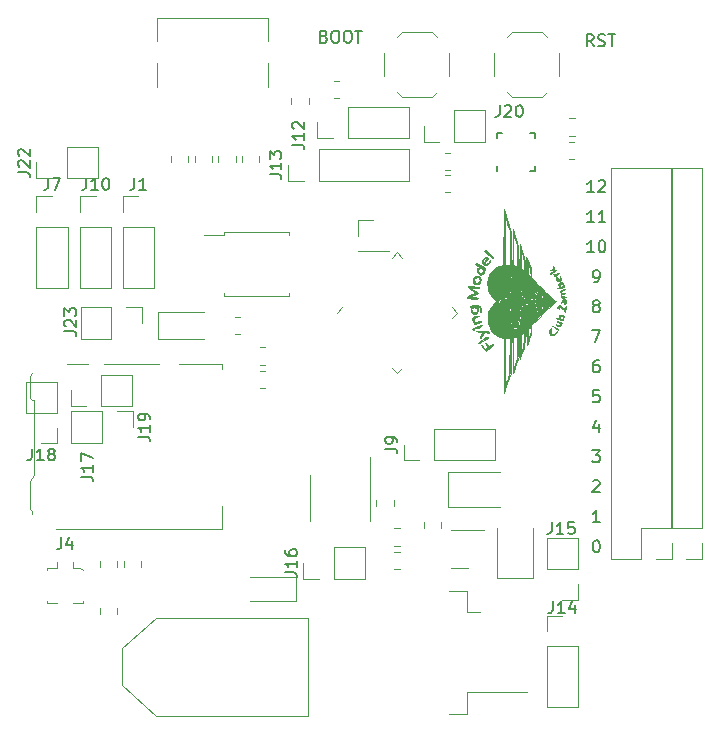
<source format=gbr>
%TF.GenerationSoftware,KiCad,Pcbnew,5.1.10*%
%TF.CreationDate,2021-06-13T21:02:57+02:00*%
%TF.ProjectId,CraftControlBoard,43726166-7443-46f6-9e74-726f6c426f61,rev?*%
%TF.SameCoordinates,Original*%
%TF.FileFunction,Legend,Top*%
%TF.FilePolarity,Positive*%
%FSLAX46Y46*%
G04 Gerber Fmt 4.6, Leading zero omitted, Abs format (unit mm)*
G04 Created by KiCad (PCBNEW 5.1.10) date 2021-06-13 21:02:57*
%MOMM*%
%LPD*%
G01*
G04 APERTURE LIST*
%ADD10C,0.150000*%
%ADD11C,0.010000*%
%ADD12C,0.120000*%
G04 APERTURE END LIST*
D10*
X182689523Y-86812380D02*
X182118095Y-86812380D01*
X182403809Y-86812380D02*
X182403809Y-85812380D01*
X182308571Y-85955238D01*
X182213333Y-86050476D01*
X182118095Y-86098095D01*
X183070476Y-85907619D02*
X183118095Y-85860000D01*
X183213333Y-85812380D01*
X183451428Y-85812380D01*
X183546666Y-85860000D01*
X183594285Y-85907619D01*
X183641904Y-86002857D01*
X183641904Y-86098095D01*
X183594285Y-86240952D01*
X183022857Y-86812380D01*
X183641904Y-86812380D01*
X182689523Y-89352380D02*
X182118095Y-89352380D01*
X182403809Y-89352380D02*
X182403809Y-88352380D01*
X182308571Y-88495238D01*
X182213333Y-88590476D01*
X182118095Y-88638095D01*
X183641904Y-89352380D02*
X183070476Y-89352380D01*
X183356190Y-89352380D02*
X183356190Y-88352380D01*
X183260952Y-88495238D01*
X183165714Y-88590476D01*
X183070476Y-88638095D01*
X182689523Y-91892380D02*
X182118095Y-91892380D01*
X182403809Y-91892380D02*
X182403809Y-90892380D01*
X182308571Y-91035238D01*
X182213333Y-91130476D01*
X182118095Y-91178095D01*
X183308571Y-90892380D02*
X183403809Y-90892380D01*
X183499047Y-90940000D01*
X183546666Y-90987619D01*
X183594285Y-91082857D01*
X183641904Y-91273333D01*
X183641904Y-91511428D01*
X183594285Y-91701904D01*
X183546666Y-91797142D01*
X183499047Y-91844761D01*
X183403809Y-91892380D01*
X183308571Y-91892380D01*
X183213333Y-91844761D01*
X183165714Y-91797142D01*
X183118095Y-91701904D01*
X183070476Y-91511428D01*
X183070476Y-91273333D01*
X183118095Y-91082857D01*
X183165714Y-90987619D01*
X183213333Y-90940000D01*
X183308571Y-90892380D01*
X182689523Y-94432380D02*
X182880000Y-94432380D01*
X182975238Y-94384761D01*
X183022857Y-94337142D01*
X183118095Y-94194285D01*
X183165714Y-94003809D01*
X183165714Y-93622857D01*
X183118095Y-93527619D01*
X183070476Y-93480000D01*
X182975238Y-93432380D01*
X182784761Y-93432380D01*
X182689523Y-93480000D01*
X182641904Y-93527619D01*
X182594285Y-93622857D01*
X182594285Y-93860952D01*
X182641904Y-93956190D01*
X182689523Y-94003809D01*
X182784761Y-94051428D01*
X182975238Y-94051428D01*
X183070476Y-94003809D01*
X183118095Y-93956190D01*
X183165714Y-93860952D01*
X182784761Y-96400952D02*
X182689523Y-96353333D01*
X182641904Y-96305714D01*
X182594285Y-96210476D01*
X182594285Y-96162857D01*
X182641904Y-96067619D01*
X182689523Y-96020000D01*
X182784761Y-95972380D01*
X182975238Y-95972380D01*
X183070476Y-96020000D01*
X183118095Y-96067619D01*
X183165714Y-96162857D01*
X183165714Y-96210476D01*
X183118095Y-96305714D01*
X183070476Y-96353333D01*
X182975238Y-96400952D01*
X182784761Y-96400952D01*
X182689523Y-96448571D01*
X182641904Y-96496190D01*
X182594285Y-96591428D01*
X182594285Y-96781904D01*
X182641904Y-96877142D01*
X182689523Y-96924761D01*
X182784761Y-96972380D01*
X182975238Y-96972380D01*
X183070476Y-96924761D01*
X183118095Y-96877142D01*
X183165714Y-96781904D01*
X183165714Y-96591428D01*
X183118095Y-96496190D01*
X183070476Y-96448571D01*
X182975238Y-96400952D01*
X182546666Y-98512380D02*
X183213333Y-98512380D01*
X182784761Y-99512380D01*
X183070476Y-101052380D02*
X182880000Y-101052380D01*
X182784761Y-101100000D01*
X182737142Y-101147619D01*
X182641904Y-101290476D01*
X182594285Y-101480952D01*
X182594285Y-101861904D01*
X182641904Y-101957142D01*
X182689523Y-102004761D01*
X182784761Y-102052380D01*
X182975238Y-102052380D01*
X183070476Y-102004761D01*
X183118095Y-101957142D01*
X183165714Y-101861904D01*
X183165714Y-101623809D01*
X183118095Y-101528571D01*
X183070476Y-101480952D01*
X182975238Y-101433333D01*
X182784761Y-101433333D01*
X182689523Y-101480952D01*
X182641904Y-101528571D01*
X182594285Y-101623809D01*
X183118095Y-103592380D02*
X182641904Y-103592380D01*
X182594285Y-104068571D01*
X182641904Y-104020952D01*
X182737142Y-103973333D01*
X182975238Y-103973333D01*
X183070476Y-104020952D01*
X183118095Y-104068571D01*
X183165714Y-104163809D01*
X183165714Y-104401904D01*
X183118095Y-104497142D01*
X183070476Y-104544761D01*
X182975238Y-104592380D01*
X182737142Y-104592380D01*
X182641904Y-104544761D01*
X182594285Y-104497142D01*
X183070476Y-106465714D02*
X183070476Y-107132380D01*
X182832380Y-106084761D02*
X182594285Y-106799047D01*
X183213333Y-106799047D01*
X182546666Y-108672380D02*
X183165714Y-108672380D01*
X182832380Y-109053333D01*
X182975238Y-109053333D01*
X183070476Y-109100952D01*
X183118095Y-109148571D01*
X183165714Y-109243809D01*
X183165714Y-109481904D01*
X183118095Y-109577142D01*
X183070476Y-109624761D01*
X182975238Y-109672380D01*
X182689523Y-109672380D01*
X182594285Y-109624761D01*
X182546666Y-109577142D01*
X182594285Y-111307619D02*
X182641904Y-111260000D01*
X182737142Y-111212380D01*
X182975238Y-111212380D01*
X183070476Y-111260000D01*
X183118095Y-111307619D01*
X183165714Y-111402857D01*
X183165714Y-111498095D01*
X183118095Y-111640952D01*
X182546666Y-112212380D01*
X183165714Y-112212380D01*
X183165714Y-114752380D02*
X182594285Y-114752380D01*
X182880000Y-114752380D02*
X182880000Y-113752380D01*
X182784761Y-113895238D01*
X182689523Y-113990476D01*
X182594285Y-114038095D01*
X182832380Y-116292380D02*
X182927619Y-116292380D01*
X183022857Y-116340000D01*
X183070476Y-116387619D01*
X183118095Y-116482857D01*
X183165714Y-116673333D01*
X183165714Y-116911428D01*
X183118095Y-117101904D01*
X183070476Y-117197142D01*
X183022857Y-117244761D01*
X182927619Y-117292380D01*
X182832380Y-117292380D01*
X182737142Y-117244761D01*
X182689523Y-117197142D01*
X182641904Y-117101904D01*
X182594285Y-116911428D01*
X182594285Y-116673333D01*
X182641904Y-116482857D01*
X182689523Y-116387619D01*
X182737142Y-116340000D01*
X182832380Y-116292380D01*
D11*
%TO.C,G\u002A\u002A\u002A*%
G36*
X179719838Y-96439727D02*
G01*
X179738455Y-96363310D01*
X179748890Y-96355600D01*
X179803902Y-96389219D01*
X179903283Y-96475933D01*
X179988863Y-96559890D01*
X180188346Y-96764179D01*
X180247846Y-96572590D01*
X180285032Y-96465191D01*
X180302968Y-96451242D01*
X180306663Y-96508000D01*
X180294408Y-96658068D01*
X180273889Y-96777564D01*
X180241800Y-96920127D01*
X180040990Y-96714064D01*
X179925373Y-96601633D01*
X179836812Y-96526788D01*
X179803064Y-96508000D01*
X179769504Y-96551793D01*
X179744785Y-96647700D01*
X179730962Y-96706367D01*
X179721220Y-96667539D01*
X179716011Y-96571500D01*
X179719838Y-96439727D01*
G37*
X179719838Y-96439727D02*
X179738455Y-96363310D01*
X179748890Y-96355600D01*
X179803902Y-96389219D01*
X179903283Y-96475933D01*
X179988863Y-96559890D01*
X180188346Y-96764179D01*
X180247846Y-96572590D01*
X180285032Y-96465191D01*
X180302968Y-96451242D01*
X180306663Y-96508000D01*
X180294408Y-96658068D01*
X180273889Y-96777564D01*
X180241800Y-96920127D01*
X180040990Y-96714064D01*
X179925373Y-96601633D01*
X179836812Y-96526788D01*
X179803064Y-96508000D01*
X179769504Y-96551793D01*
X179744785Y-96647700D01*
X179730962Y-96706367D01*
X179721220Y-96667539D01*
X179716011Y-96571500D01*
X179719838Y-96439727D01*
G36*
X179936633Y-95990416D02*
G01*
X180015552Y-95921129D01*
X180172523Y-95898595D01*
X180195154Y-95898400D01*
X180278901Y-95912777D01*
X180312762Y-95975742D01*
X180318000Y-96073202D01*
X180303928Y-96200189D01*
X180269587Y-96277265D01*
X180264974Y-96280776D01*
X180224894Y-96280837D01*
X180224894Y-96188289D01*
X180264395Y-96136222D01*
X180267200Y-96105834D01*
X180234928Y-96018505D01*
X180187275Y-96000000D01*
X180126239Y-96038088D01*
X180123775Y-96084691D01*
X180166197Y-96169369D01*
X180224894Y-96188289D01*
X180224894Y-96280837D01*
X180184873Y-96280899D01*
X180107106Y-96215210D01*
X180065161Y-96114602D01*
X180064000Y-96095380D01*
X180044947Y-96011881D01*
X180003064Y-96010349D01*
X179961265Y-96082030D01*
X179947985Y-96139700D01*
X179933124Y-96228291D01*
X179925422Y-96223200D01*
X179919248Y-96120522D01*
X179919211Y-96119736D01*
X179936633Y-95990416D01*
G37*
X179936633Y-95990416D02*
X180015552Y-95921129D01*
X180172523Y-95898595D01*
X180195154Y-95898400D01*
X180278901Y-95912777D01*
X180312762Y-95975742D01*
X180318000Y-96073202D01*
X180303928Y-96200189D01*
X180269587Y-96277265D01*
X180264974Y-96280776D01*
X180224894Y-96280837D01*
X180224894Y-96188289D01*
X180264395Y-96136222D01*
X180267200Y-96105834D01*
X180234928Y-96018505D01*
X180187275Y-96000000D01*
X180126239Y-96038088D01*
X180123775Y-96084691D01*
X180166197Y-96169369D01*
X180224894Y-96188289D01*
X180224894Y-96280837D01*
X180184873Y-96280899D01*
X180107106Y-96215210D01*
X180065161Y-96114602D01*
X180064000Y-96095380D01*
X180044947Y-96011881D01*
X180003064Y-96010349D01*
X179961265Y-96082030D01*
X179947985Y-96139700D01*
X179933124Y-96228291D01*
X179925422Y-96223200D01*
X179919248Y-96120522D01*
X179919211Y-96119736D01*
X179936633Y-95990416D01*
G36*
X179858227Y-95121518D02*
G01*
X179861793Y-95118129D01*
X179952628Y-95060017D01*
X180065844Y-95018868D01*
X180165438Y-95003648D01*
X180215409Y-95023327D01*
X180216400Y-95029796D01*
X180172598Y-95072822D01*
X180066937Y-95110346D01*
X180064000Y-95111000D01*
X179943935Y-95164108D01*
X179911600Y-95242037D01*
X179932756Y-95309215D01*
X180013588Y-95336503D01*
X180092398Y-95339600D01*
X180207986Y-95351634D01*
X180244751Y-95383466D01*
X180241800Y-95390400D01*
X180171451Y-95430383D01*
X180091836Y-95441200D01*
X179992409Y-95470616D01*
X179934296Y-95537294D01*
X179944243Y-95608877D01*
X179948966Y-95614034D01*
X180016045Y-95634840D01*
X180138001Y-95644341D01*
X180148666Y-95644400D01*
X180262779Y-95657750D01*
X180317236Y-95690374D01*
X180318000Y-95695200D01*
X180272813Y-95726482D01*
X180159418Y-95744372D01*
X180106333Y-95746000D01*
X179984718Y-95739087D01*
X179927013Y-95721673D01*
X179928092Y-95712575D01*
X179929628Y-95651440D01*
X179905475Y-95611622D01*
X179872091Y-95511358D01*
X179879693Y-95465239D01*
X179879011Y-95362044D01*
X179848269Y-95287613D01*
X179813467Y-95195889D01*
X179858227Y-95121518D01*
G37*
X179858227Y-95121518D02*
X179861793Y-95118129D01*
X179952628Y-95060017D01*
X180065844Y-95018868D01*
X180165438Y-95003648D01*
X180215409Y-95023327D01*
X180216400Y-95029796D01*
X180172598Y-95072822D01*
X180066937Y-95110346D01*
X180064000Y-95111000D01*
X179943935Y-95164108D01*
X179911600Y-95242037D01*
X179932756Y-95309215D01*
X180013588Y-95336503D01*
X180092398Y-95339600D01*
X180207986Y-95351634D01*
X180244751Y-95383466D01*
X180241800Y-95390400D01*
X180171451Y-95430383D01*
X180091836Y-95441200D01*
X179992409Y-95470616D01*
X179934296Y-95537294D01*
X179944243Y-95608877D01*
X179948966Y-95614034D01*
X180016045Y-95634840D01*
X180138001Y-95644341D01*
X180148666Y-95644400D01*
X180262779Y-95657750D01*
X180317236Y-95690374D01*
X180318000Y-95695200D01*
X180272813Y-95726482D01*
X180159418Y-95744372D01*
X180106333Y-95746000D01*
X179984718Y-95739087D01*
X179927013Y-95721673D01*
X179928092Y-95712575D01*
X179929628Y-95651440D01*
X179905475Y-95611622D01*
X179872091Y-95511358D01*
X179879693Y-95465239D01*
X179879011Y-95362044D01*
X179848269Y-95287613D01*
X179813467Y-95195889D01*
X179858227Y-95121518D01*
G36*
X179582476Y-94925839D02*
G01*
X179647118Y-94899861D01*
X179743471Y-94856658D01*
X179743196Y-94793810D01*
X179699617Y-94741538D01*
X179665709Y-94647921D01*
X179700725Y-94540705D01*
X179784422Y-94454984D01*
X179882112Y-94425200D01*
X179980684Y-94438244D01*
X180044515Y-94493589D01*
X180095628Y-94615552D01*
X180116038Y-94683517D01*
X180135138Y-94806256D01*
X180099317Y-94857155D01*
X179927849Y-94907501D01*
X179854040Y-94924321D01*
X179854040Y-94810157D01*
X179960010Y-94782079D01*
X180043873Y-94700645D01*
X180044141Y-94615338D01*
X179967768Y-94559173D01*
X179911600Y-94552200D01*
X179800502Y-94586215D01*
X179767831Y-94646496D01*
X179778363Y-94763446D01*
X179854040Y-94810157D01*
X179854040Y-94924321D01*
X179761613Y-94945385D01*
X179630967Y-94964958D01*
X179566272Y-94960371D01*
X179565790Y-94959924D01*
X179582476Y-94925839D01*
G37*
X179582476Y-94925839D02*
X179647118Y-94899861D01*
X179743471Y-94856658D01*
X179743196Y-94793810D01*
X179699617Y-94741538D01*
X179665709Y-94647921D01*
X179700725Y-94540705D01*
X179784422Y-94454984D01*
X179882112Y-94425200D01*
X179980684Y-94438244D01*
X180044515Y-94493589D01*
X180095628Y-94615552D01*
X180116038Y-94683517D01*
X180135138Y-94806256D01*
X180099317Y-94857155D01*
X179927849Y-94907501D01*
X179854040Y-94924321D01*
X179854040Y-94810157D01*
X179960010Y-94782079D01*
X180043873Y-94700645D01*
X180044141Y-94615338D01*
X179967768Y-94559173D01*
X179911600Y-94552200D01*
X179800502Y-94586215D01*
X179767831Y-94646496D01*
X179778363Y-94763446D01*
X179854040Y-94810157D01*
X179854040Y-94924321D01*
X179761613Y-94945385D01*
X179630967Y-94964958D01*
X179566272Y-94960371D01*
X179565790Y-94959924D01*
X179582476Y-94925839D01*
G36*
X179485870Y-97426837D02*
G01*
X179573823Y-97441360D01*
X179672379Y-97453311D01*
X179706494Y-97410140D01*
X179708400Y-97378789D01*
X179751011Y-97255011D01*
X179860234Y-97187470D01*
X179987140Y-97189096D01*
X180082885Y-97238032D01*
X180114093Y-97340039D01*
X180114800Y-97369570D01*
X180098775Y-97486719D01*
X180063171Y-97549913D01*
X180033866Y-97610794D01*
X180040769Y-97629111D01*
X180048241Y-97667123D01*
X179994254Y-97669908D01*
X179919144Y-97650018D01*
X179919144Y-97553328D01*
X180009915Y-97526720D01*
X180055082Y-97440399D01*
X180053985Y-97403235D01*
X179995107Y-97305929D01*
X179924072Y-97279138D01*
X179817257Y-97300657D01*
X179769924Y-97379150D01*
X179798315Y-97479652D01*
X179819434Y-97504406D01*
X179919144Y-97553328D01*
X179919144Y-97650018D01*
X179866481Y-97636071D01*
X179742908Y-97595445D01*
X179599943Y-97538234D01*
X179501424Y-97483750D01*
X179459388Y-97442961D01*
X179485870Y-97426837D01*
G37*
X179485870Y-97426837D02*
X179573823Y-97441360D01*
X179672379Y-97453311D01*
X179706494Y-97410140D01*
X179708400Y-97378789D01*
X179751011Y-97255011D01*
X179860234Y-97187470D01*
X179987140Y-97189096D01*
X180082885Y-97238032D01*
X180114093Y-97340039D01*
X180114800Y-97369570D01*
X180098775Y-97486719D01*
X180063171Y-97549913D01*
X180033866Y-97610794D01*
X180040769Y-97629111D01*
X180048241Y-97667123D01*
X179994254Y-97669908D01*
X179919144Y-97650018D01*
X179919144Y-97553328D01*
X180009915Y-97526720D01*
X180055082Y-97440399D01*
X180053985Y-97403235D01*
X179995107Y-97305929D01*
X179924072Y-97279138D01*
X179817257Y-97300657D01*
X179769924Y-97379150D01*
X179798315Y-97479652D01*
X179819434Y-97504406D01*
X179919144Y-97553328D01*
X179919144Y-97650018D01*
X179866481Y-97636071D01*
X179742908Y-97595445D01*
X179599943Y-97538234D01*
X179501424Y-97483750D01*
X179459388Y-97442961D01*
X179485870Y-97426837D01*
G36*
X179491391Y-98015604D02*
G01*
X179595913Y-98051872D01*
X179604573Y-98056249D01*
X179711646Y-98102175D01*
X179774360Y-98092590D01*
X179809263Y-98058288D01*
X179842832Y-97961975D01*
X179776149Y-97876511D01*
X179671019Y-97824246D01*
X179578615Y-97777532D01*
X179572131Y-97748457D01*
X179636504Y-97743499D01*
X179756671Y-97769133D01*
X179781196Y-97776877D01*
X179907209Y-97824632D01*
X179950768Y-97876552D01*
X179924225Y-97965283D01*
X179882543Y-98044700D01*
X179808190Y-98143007D01*
X179735128Y-98184396D01*
X179734567Y-98184400D01*
X179629689Y-98164669D01*
X179521619Y-98118040D01*
X179445908Y-98063364D01*
X179433475Y-98024758D01*
X179491391Y-98015604D01*
G37*
X179491391Y-98015604D02*
X179595913Y-98051872D01*
X179604573Y-98056249D01*
X179711646Y-98102175D01*
X179774360Y-98092590D01*
X179809263Y-98058288D01*
X179842832Y-97961975D01*
X179776149Y-97876511D01*
X179671019Y-97824246D01*
X179578615Y-97777532D01*
X179572131Y-97748457D01*
X179636504Y-97743499D01*
X179756671Y-97769133D01*
X179781196Y-97776877D01*
X179907209Y-97824632D01*
X179950768Y-97876552D01*
X179924225Y-97965283D01*
X179882543Y-98044700D01*
X179808190Y-98143007D01*
X179735128Y-98184396D01*
X179734567Y-98184400D01*
X179629689Y-98164669D01*
X179521619Y-98118040D01*
X179445908Y-98063364D01*
X179433475Y-98024758D01*
X179491391Y-98015604D01*
G36*
X179462647Y-94090290D02*
G01*
X179507624Y-93998094D01*
X179578779Y-93996203D01*
X179660803Y-94082178D01*
X179685827Y-94125868D01*
X179745536Y-94227592D01*
X179785357Y-94246750D01*
X179817955Y-94205981D01*
X179834010Y-94078842D01*
X179809345Y-94006774D01*
X179773313Y-93928471D01*
X179788766Y-93936734D01*
X179832597Y-93990410D01*
X179904839Y-94136497D01*
X179885072Y-94268276D01*
X179850640Y-94313440D01*
X179749378Y-94368080D01*
X179706113Y-94374400D01*
X179639422Y-94348654D01*
X179639422Y-94272800D01*
X179685304Y-94254168D01*
X179663482Y-94182454D01*
X179656838Y-94169778D01*
X179597352Y-94100621D01*
X179555669Y-94095205D01*
X179528587Y-94157125D01*
X179561353Y-94231895D01*
X179631770Y-94272439D01*
X179639422Y-94272800D01*
X179639422Y-94348654D01*
X179598189Y-94332736D01*
X179504888Y-94234811D01*
X179461001Y-94121223D01*
X179462647Y-94090290D01*
G37*
X179462647Y-94090290D02*
X179507624Y-93998094D01*
X179578779Y-93996203D01*
X179660803Y-94082178D01*
X179685827Y-94125868D01*
X179745536Y-94227592D01*
X179785357Y-94246750D01*
X179817955Y-94205981D01*
X179834010Y-94078842D01*
X179809345Y-94006774D01*
X179773313Y-93928471D01*
X179788766Y-93936734D01*
X179832597Y-93990410D01*
X179904839Y-94136497D01*
X179885072Y-94268276D01*
X179850640Y-94313440D01*
X179749378Y-94368080D01*
X179706113Y-94374400D01*
X179639422Y-94348654D01*
X179639422Y-94272800D01*
X179685304Y-94254168D01*
X179663482Y-94182454D01*
X179656838Y-94169778D01*
X179597352Y-94100621D01*
X179555669Y-94095205D01*
X179528587Y-94157125D01*
X179561353Y-94231895D01*
X179631770Y-94272439D01*
X179639422Y-94272800D01*
X179639422Y-94348654D01*
X179598189Y-94332736D01*
X179504888Y-94234811D01*
X179461001Y-94121223D01*
X179462647Y-94090290D01*
G36*
X179267743Y-93734736D02*
G01*
X179358984Y-93732565D01*
X179505509Y-93721645D01*
X179618673Y-93693489D01*
X179619500Y-93693113D01*
X179695941Y-93671491D01*
X179704859Y-93698427D01*
X179655372Y-93755781D01*
X179556596Y-93825410D01*
X179551562Y-93828300D01*
X179434257Y-93885934D01*
X179343180Y-93915655D01*
X179302307Y-93911727D01*
X179318143Y-93884123D01*
X179311001Y-93832584D01*
X179269294Y-93791141D01*
X179229501Y-93751250D01*
X179267743Y-93734736D01*
G37*
X179267743Y-93734736D02*
X179358984Y-93732565D01*
X179505509Y-93721645D01*
X179618673Y-93693489D01*
X179619500Y-93693113D01*
X179695941Y-93671491D01*
X179704859Y-93698427D01*
X179655372Y-93755781D01*
X179556596Y-93825410D01*
X179551562Y-93828300D01*
X179434257Y-93885934D01*
X179343180Y-93915655D01*
X179302307Y-93911727D01*
X179318143Y-93884123D01*
X179311001Y-93832584D01*
X179269294Y-93791141D01*
X179229501Y-93751250D01*
X179267743Y-93734736D01*
G36*
X179225655Y-98154305D02*
G01*
X179332015Y-98203702D01*
X179458089Y-98276868D01*
X179573104Y-98355190D01*
X179646290Y-98420057D01*
X179657600Y-98442329D01*
X179620577Y-98462066D01*
X179543300Y-98432985D01*
X179395673Y-98347223D01*
X179269090Y-98259101D01*
X179186565Y-98186220D01*
X179169780Y-98147287D01*
X179225655Y-98154305D01*
G37*
X179225655Y-98154305D02*
X179332015Y-98203702D01*
X179458089Y-98276868D01*
X179573104Y-98355190D01*
X179646290Y-98420057D01*
X179657600Y-98442329D01*
X179620577Y-98462066D01*
X179543300Y-98432985D01*
X179395673Y-98347223D01*
X179269090Y-98259101D01*
X179186565Y-98186220D01*
X179169780Y-98147287D01*
X179225655Y-98154305D01*
G36*
X179592062Y-96558871D02*
G01*
X179625839Y-96470832D01*
X179651087Y-96471960D01*
X179657600Y-96530402D01*
X179629700Y-96614882D01*
X179611537Y-96632073D01*
X179585576Y-96615818D01*
X179592062Y-96558871D01*
G37*
X179592062Y-96558871D02*
X179625839Y-96470832D01*
X179651087Y-96471960D01*
X179657600Y-96530402D01*
X179629700Y-96614882D01*
X179611537Y-96632073D01*
X179585576Y-96615818D01*
X179592062Y-96558871D01*
G36*
X178912260Y-98584809D02*
G01*
X178975545Y-98431157D01*
X179042513Y-98321747D01*
X179076165Y-98304899D01*
X179069973Y-98375168D01*
X179035491Y-98481143D01*
X179006971Y-98651426D01*
X179052019Y-98771668D01*
X179149955Y-98829771D01*
X179280099Y-98813641D01*
X179421771Y-98711181D01*
X179424245Y-98708530D01*
X179517114Y-98617599D01*
X179552212Y-98601675D01*
X179529514Y-98652173D01*
X179448996Y-98760506D01*
X179424484Y-98790103D01*
X179278345Y-98912379D01*
X179132222Y-98940578D01*
X178998654Y-98872914D01*
X178979673Y-98853500D01*
X178907207Y-98729050D01*
X178912260Y-98584809D01*
G37*
X178912260Y-98584809D02*
X178975545Y-98431157D01*
X179042513Y-98321747D01*
X179076165Y-98304899D01*
X179069973Y-98375168D01*
X179035491Y-98481143D01*
X179006971Y-98651426D01*
X179052019Y-98771668D01*
X179149955Y-98829771D01*
X179280099Y-98813641D01*
X179421771Y-98711181D01*
X179424245Y-98708530D01*
X179517114Y-98617599D01*
X179552212Y-98601675D01*
X179529514Y-98652173D01*
X179448996Y-98760506D01*
X179424484Y-98790103D01*
X179278345Y-98912379D01*
X179132222Y-98940578D01*
X178998654Y-98872914D01*
X178979673Y-98853500D01*
X178907207Y-98729050D01*
X178912260Y-98584809D01*
G36*
X179029583Y-93374465D02*
G01*
X179060700Y-93370261D01*
X179161518Y-93339383D01*
X179197569Y-93261169D01*
X179200400Y-93199628D01*
X179215226Y-93095226D01*
X179256317Y-93082163D01*
X179288466Y-93154336D01*
X179281895Y-93268424D01*
X179268293Y-93372131D01*
X179300235Y-93402228D01*
X179378377Y-93388295D01*
X179479812Y-93374931D01*
X179493048Y-93406361D01*
X179419702Y-93479883D01*
X179261390Y-93592797D01*
X179252586Y-93598570D01*
X179115552Y-93679454D01*
X179014655Y-93722815D01*
X178976861Y-93722191D01*
X178999285Y-93673306D01*
X179086271Y-93603276D01*
X179113199Y-93586575D01*
X179274474Y-93491308D01*
X179097737Y-93440089D01*
X178985470Y-93405709D01*
X178964791Y-93387677D01*
X179029583Y-93374465D01*
G37*
X179029583Y-93374465D02*
X179060700Y-93370261D01*
X179161518Y-93339383D01*
X179197569Y-93261169D01*
X179200400Y-93199628D01*
X179215226Y-93095226D01*
X179256317Y-93082163D01*
X179288466Y-93154336D01*
X179281895Y-93268424D01*
X179268293Y-93372131D01*
X179300235Y-93402228D01*
X179378377Y-93388295D01*
X179479812Y-93374931D01*
X179493048Y-93406361D01*
X179419702Y-93479883D01*
X179261390Y-93592797D01*
X179252586Y-93598570D01*
X179115552Y-93679454D01*
X179014655Y-93722815D01*
X178976861Y-93722191D01*
X178999285Y-93673306D01*
X179086271Y-93603276D01*
X179113199Y-93586575D01*
X179274474Y-93491308D01*
X179097737Y-93440089D01*
X178985470Y-93405709D01*
X178964791Y-93387677D01*
X179029583Y-93374465D01*
G36*
X173708460Y-94205462D02*
G01*
X173839704Y-93833541D01*
X174050123Y-93514010D01*
X174332910Y-93256743D01*
X174681258Y-93071615D01*
X174746888Y-93047899D01*
X175009400Y-92959046D01*
X175060200Y-88202200D01*
X175645646Y-90183400D01*
X175645023Y-91567700D01*
X175645453Y-91983723D01*
X175647552Y-92308867D01*
X175651905Y-92553847D01*
X175659096Y-92729377D01*
X175669712Y-92846173D01*
X175684336Y-92914950D01*
X175703555Y-92946423D01*
X175720600Y-92952000D01*
X175742638Y-92940962D01*
X175760121Y-92901003D01*
X175773587Y-92821857D01*
X175783569Y-92693260D01*
X175790603Y-92504944D01*
X175795226Y-92246646D01*
X175797972Y-91908098D01*
X175799377Y-91479036D01*
X175799448Y-91440700D01*
X175802096Y-89929400D01*
X176270378Y-91351800D01*
X176291623Y-92278900D01*
X176300891Y-92577174D01*
X176313566Y-92834402D01*
X176328518Y-93035178D01*
X176344617Y-93164096D01*
X176359634Y-93206000D01*
X176374899Y-93157436D01*
X176388371Y-93020670D01*
X176399362Y-92809097D01*
X176407182Y-92536111D01*
X176411144Y-92215103D01*
X176411207Y-92202700D01*
X176416014Y-91199400D01*
X176613575Y-91809000D01*
X176699132Y-92081271D01*
X176755898Y-92291775D01*
X176789700Y-92474267D01*
X176806363Y-92662501D01*
X176811713Y-92890231D01*
X176811968Y-92958480D01*
X176815859Y-93218064D01*
X176828037Y-93393297D01*
X176850682Y-93501247D01*
X176885974Y-93558978D01*
X176889000Y-93561600D01*
X176920359Y-93577109D01*
X176941970Y-93553173D01*
X176955689Y-93475852D01*
X176963368Y-93331205D01*
X176966862Y-93105292D01*
X176967573Y-92970921D01*
X176969946Y-92317000D01*
X177170773Y-92792787D01*
X177267795Y-93033342D01*
X177327926Y-93218317D01*
X177359499Y-93383110D01*
X177370853Y-93563121D01*
X177371600Y-93645613D01*
X177371600Y-94022653D01*
X177938589Y-94634997D01*
X178253909Y-94966177D01*
X178562826Y-95273120D01*
X178851159Y-95542619D01*
X179104731Y-95761468D01*
X179309362Y-95916461D01*
X179327164Y-95928317D01*
X179417758Y-95999849D01*
X179454400Y-96052316D01*
X179416524Y-96101455D01*
X179317992Y-96188498D01*
X179201835Y-96278346D01*
X179091146Y-96370402D01*
X178925200Y-96522414D01*
X178718468Y-96720444D01*
X178485422Y-96950552D01*
X178240532Y-97198799D01*
X178160435Y-97281444D01*
X177371600Y-98099143D01*
X177372596Y-98484672D01*
X177367417Y-98688566D01*
X177344889Y-98858195D01*
X177296337Y-99031624D01*
X177213084Y-99246917D01*
X177182096Y-99320539D01*
X177071391Y-99580882D01*
X177071391Y-99327400D01*
X177193800Y-99098800D01*
X177278465Y-98893868D01*
X177314811Y-98665682D01*
X177318504Y-98552700D01*
X177314727Y-98388206D01*
X177302602Y-98273464D01*
X177286700Y-98235200D01*
X177226805Y-98265675D01*
X177159700Y-98319274D01*
X177114130Y-98377071D01*
X177086314Y-98464714D01*
X177072502Y-98604789D01*
X177068949Y-98819881D01*
X177069095Y-98865374D01*
X177071391Y-99327400D01*
X177071391Y-99580882D01*
X176990600Y-99770877D01*
X176976297Y-99150549D01*
X176968894Y-98890678D01*
X176959408Y-98718323D01*
X176945598Y-98619403D01*
X176925221Y-98579833D01*
X176896035Y-98585531D01*
X176887397Y-98592131D01*
X176851776Y-98647857D01*
X176828828Y-98755258D01*
X176816516Y-98930825D01*
X176812800Y-99191047D01*
X176812800Y-99195608D01*
X176810029Y-99440042D01*
X176797647Y-99631913D01*
X176769543Y-99805669D01*
X176719610Y-99995760D01*
X176641738Y-100236635D01*
X176613475Y-100319688D01*
X176533400Y-100553701D01*
X176533400Y-100336689D01*
X176644912Y-100009845D01*
X176708628Y-99782681D01*
X176744731Y-99540097D01*
X176758666Y-99242856D01*
X176759212Y-99185913D01*
X176759591Y-98959002D01*
X176755100Y-98817120D01*
X176741919Y-98743703D01*
X176716233Y-98722184D01*
X176674221Y-98735999D01*
X176657530Y-98744736D01*
X176564529Y-98814391D01*
X176529030Y-98863270D01*
X176521260Y-98934739D01*
X176516623Y-99087304D01*
X176515380Y-99300505D01*
X176517792Y-99553878D01*
X176519199Y-99631291D01*
X176533400Y-100336689D01*
X176533400Y-100553701D01*
X176414150Y-100902200D01*
X176410275Y-99895902D01*
X176406323Y-99513437D01*
X176397859Y-99223552D01*
X176385019Y-99028729D01*
X176367944Y-98931445D01*
X176355600Y-98921001D01*
X176336668Y-98982599D01*
X176321559Y-99134207D01*
X176310927Y-99364286D01*
X176305426Y-99661294D01*
X176304800Y-99816392D01*
X176304800Y-100680387D01*
X176063500Y-101390721D01*
X175885700Y-101914124D01*
X175885700Y-101618311D01*
X175919244Y-101555515D01*
X175974477Y-101422000D01*
X176040963Y-101243435D01*
X176059519Y-101190745D01*
X176109014Y-101041940D01*
X176144912Y-100909586D01*
X176169480Y-100772781D01*
X176184984Y-100610625D01*
X176193690Y-100402215D01*
X176197865Y-100126649D01*
X176199219Y-99902447D01*
X176203200Y-99004293D01*
X176038435Y-99051547D01*
X175929086Y-99081966D01*
X175929086Y-98404755D01*
X176109633Y-98370792D01*
X176188874Y-98348048D01*
X176249541Y-98323100D01*
X176296357Y-98282610D01*
X176334044Y-98213243D01*
X176367325Y-98101663D01*
X176400923Y-97934534D01*
X176439559Y-97698520D01*
X176487957Y-97380284D01*
X176508441Y-97244600D01*
X176548919Y-96981830D01*
X176585821Y-96751056D01*
X176615745Y-96572938D01*
X176635287Y-96468136D01*
X176638758Y-96453576D01*
X176682722Y-96407585D01*
X176794817Y-96368181D01*
X176988580Y-96331360D01*
X177111200Y-96313876D01*
X177318192Y-96287090D01*
X177488422Y-96266492D01*
X177595548Y-96255210D01*
X177615544Y-96254000D01*
X177653313Y-96299461D01*
X177688147Y-96415138D01*
X177701756Y-96495300D01*
X177739203Y-96720968D01*
X177787185Y-96862553D01*
X177856569Y-96937574D01*
X177958225Y-96963547D01*
X177992810Y-96964423D01*
X178142102Y-96951010D01*
X178235120Y-96898311D01*
X178291935Y-96785054D01*
X178329787Y-96607266D01*
X178376478Y-96103353D01*
X178341761Y-95611924D01*
X178321570Y-95492000D01*
X178260283Y-95161800D01*
X178020791Y-95146384D01*
X177901554Y-95140192D01*
X177824125Y-95152263D01*
X177776026Y-95200710D01*
X177744779Y-95303642D01*
X177717907Y-95479169D01*
X177700777Y-95610855D01*
X177676710Y-95757275D01*
X177644977Y-95825028D01*
X177590866Y-95836805D01*
X177558304Y-95830606D01*
X177451783Y-95812075D01*
X177283605Y-95789532D01*
X177283605Y-93917200D01*
X177312094Y-93872026D01*
X177319771Y-93753401D01*
X177309511Y-93586678D01*
X177284192Y-93397206D01*
X177246689Y-93210335D01*
X177199878Y-93051418D01*
X177179864Y-93002800D01*
X177073976Y-92774200D01*
X177070388Y-93252800D01*
X177072610Y-93496004D01*
X177085620Y-93659097D01*
X177112402Y-93763270D01*
X177150873Y-93824300D01*
X177233645Y-93896051D01*
X177283605Y-93917200D01*
X177283605Y-95789532D01*
X177282296Y-95789356D01*
X177102335Y-95769059D01*
X176917604Y-95741933D01*
X176769389Y-95705337D01*
X176733260Y-95688187D01*
X176733260Y-93409200D01*
X176746042Y-93362225D01*
X176755902Y-93236576D01*
X176761367Y-93055171D01*
X176762000Y-92961896D01*
X176751445Y-92667036D01*
X176714629Y-92421909D01*
X176643829Y-92176352D01*
X176638781Y-92161796D01*
X176515562Y-91809000D01*
X176511781Y-92556513D01*
X176511263Y-92848260D01*
X176514433Y-93054747D01*
X176523218Y-93192298D01*
X176539546Y-93277239D01*
X176565344Y-93325894D01*
X176602541Y-93354588D01*
X176606260Y-93356613D01*
X176696816Y-93398837D01*
X176733260Y-93409200D01*
X176733260Y-95688187D01*
X176691727Y-95668471D01*
X176660233Y-95596586D01*
X176618894Y-95444438D01*
X176572448Y-95232310D01*
X176525634Y-94980488D01*
X176512183Y-94899963D01*
X176453036Y-94538289D01*
X176405611Y-94263889D01*
X176365061Y-94063798D01*
X176326537Y-93925052D01*
X176285188Y-93834685D01*
X176236168Y-93779733D01*
X176185380Y-93752910D01*
X176185380Y-93104400D01*
X176191334Y-93056403D01*
X176196443Y-92923621D01*
X176200348Y-92722866D01*
X176202687Y-92470952D01*
X176203200Y-92273201D01*
X176202131Y-91956971D01*
X176197028Y-91718134D01*
X176185045Y-91532492D01*
X176163335Y-91375846D01*
X176129054Y-91223996D01*
X176079355Y-91052743D01*
X176047873Y-90952401D01*
X175980838Y-90747634D01*
X175923628Y-90584926D01*
X175883679Y-90484753D01*
X175870073Y-90462800D01*
X175863919Y-90511329D01*
X175858407Y-90647827D01*
X175853781Y-90858667D01*
X175850283Y-91130220D01*
X175848154Y-91448857D01*
X175847600Y-91727831D01*
X175847600Y-92992861D01*
X176007580Y-93048631D01*
X176121205Y-93086572D01*
X176183545Y-93104237D01*
X176185380Y-93104400D01*
X176185380Y-93752910D01*
X176174626Y-93747230D01*
X176095715Y-93724211D01*
X176070040Y-93717749D01*
X175853181Y-93691184D01*
X175705261Y-93738553D01*
X175625073Y-93860294D01*
X175619797Y-93880567D01*
X175608173Y-93969090D01*
X175593196Y-94138477D01*
X175576432Y-94368108D01*
X175559447Y-94637366D01*
X175551099Y-94785242D01*
X175534086Y-95061529D01*
X175515326Y-95303627D01*
X175496587Y-95492581D01*
X175479639Y-95609439D01*
X175471704Y-95636142D01*
X175398182Y-95680414D01*
X175298501Y-95695484D01*
X175136400Y-95720272D01*
X175136400Y-92952000D01*
X175542800Y-92952000D01*
X175542800Y-90092276D01*
X175359604Y-89477438D01*
X175288745Y-89243063D01*
X175227339Y-89046371D01*
X175181530Y-88906593D01*
X175157464Y-88842962D01*
X175156404Y-88841434D01*
X175152081Y-88885772D01*
X175148078Y-89021191D01*
X175144500Y-89237169D01*
X175141448Y-89523188D01*
X175139026Y-89868727D01*
X175137337Y-90263268D01*
X175136484Y-90696289D01*
X175136400Y-90886134D01*
X175136400Y-92952000D01*
X175136400Y-95720272D01*
X175024636Y-95737364D01*
X174763862Y-95849280D01*
X174653800Y-95926506D01*
X174501400Y-96053739D01*
X174679200Y-96202617D01*
X174841830Y-96308782D01*
X175037280Y-96368761D01*
X175153020Y-96385953D01*
X175285507Y-96403551D01*
X175382034Y-96430700D01*
X175449302Y-96482257D01*
X175494016Y-96573078D01*
X175522878Y-96718021D01*
X175542591Y-96931942D01*
X175559858Y-97229700D01*
X175563332Y-97295400D01*
X175583326Y-97648188D01*
X175602669Y-97912982D01*
X175623991Y-98103337D01*
X175649923Y-98232807D01*
X175683095Y-98314946D01*
X175726138Y-98363307D01*
X175775588Y-98389193D01*
X175929086Y-98404755D01*
X175929086Y-99081966D01*
X175923673Y-99083472D01*
X175862478Y-99098609D01*
X175860635Y-99098800D01*
X175857083Y-99147341D01*
X175853900Y-99283924D01*
X175851223Y-99494992D01*
X175849191Y-99766989D01*
X175847942Y-100086357D01*
X175847600Y-100377267D01*
X175849037Y-100723131D01*
X175853082Y-101030576D01*
X175859336Y-101286570D01*
X175867397Y-101478081D01*
X175876866Y-101592075D01*
X175885700Y-101618311D01*
X175885700Y-101914124D01*
X175822200Y-102101054D01*
X175808732Y-100625327D01*
X175804120Y-100191875D01*
X175798695Y-99849877D01*
X175791859Y-99589190D01*
X175783018Y-99399668D01*
X175771574Y-99271166D01*
X175756931Y-99193540D01*
X175738494Y-99156645D01*
X175722000Y-99149600D01*
X175700412Y-99162839D01*
X175683003Y-99209293D01*
X175669173Y-99299069D01*
X175658324Y-99442273D01*
X175649855Y-99649014D01*
X175643167Y-99929396D01*
X175637660Y-100293528D01*
X175633867Y-100635500D01*
X175619000Y-102121400D01*
X175339600Y-102959086D01*
X175176125Y-103449209D01*
X175176125Y-103162800D01*
X175205264Y-103083961D01*
X175257941Y-102933658D01*
X175325497Y-102736790D01*
X175370472Y-102604000D01*
X175533114Y-102121400D01*
X175542800Y-99149600D01*
X175136400Y-99149600D01*
X175140410Y-101194300D01*
X175142032Y-101635326D01*
X175144989Y-102040010D01*
X175149093Y-102398159D01*
X175154162Y-102699580D01*
X175160009Y-102934078D01*
X175166449Y-103091461D01*
X175173299Y-103161533D01*
X175176125Y-103162800D01*
X175176125Y-103449209D01*
X175060200Y-103796771D01*
X175033784Y-99162843D01*
X174722716Y-99049422D01*
X174358762Y-98867602D01*
X174067916Y-98616705D01*
X173853844Y-98301821D01*
X173720211Y-97928038D01*
X173673869Y-97593448D01*
X173674959Y-97239173D01*
X173728828Y-96947177D01*
X173845945Y-96687367D01*
X174036780Y-96429651D01*
X174105338Y-96353239D01*
X174385343Y-96050800D01*
X174106466Y-95749580D01*
X173883044Y-95468524D01*
X173743589Y-95186240D01*
X173675379Y-94870304D01*
X173663200Y-94619896D01*
X173708460Y-94205462D01*
G37*
X173708460Y-94205462D02*
X173839704Y-93833541D01*
X174050123Y-93514010D01*
X174332910Y-93256743D01*
X174681258Y-93071615D01*
X174746888Y-93047899D01*
X175009400Y-92959046D01*
X175060200Y-88202200D01*
X175645646Y-90183400D01*
X175645023Y-91567700D01*
X175645453Y-91983723D01*
X175647552Y-92308867D01*
X175651905Y-92553847D01*
X175659096Y-92729377D01*
X175669712Y-92846173D01*
X175684336Y-92914950D01*
X175703555Y-92946423D01*
X175720600Y-92952000D01*
X175742638Y-92940962D01*
X175760121Y-92901003D01*
X175773587Y-92821857D01*
X175783569Y-92693260D01*
X175790603Y-92504944D01*
X175795226Y-92246646D01*
X175797972Y-91908098D01*
X175799377Y-91479036D01*
X175799448Y-91440700D01*
X175802096Y-89929400D01*
X176270378Y-91351800D01*
X176291623Y-92278900D01*
X176300891Y-92577174D01*
X176313566Y-92834402D01*
X176328518Y-93035178D01*
X176344617Y-93164096D01*
X176359634Y-93206000D01*
X176374899Y-93157436D01*
X176388371Y-93020670D01*
X176399362Y-92809097D01*
X176407182Y-92536111D01*
X176411144Y-92215103D01*
X176411207Y-92202700D01*
X176416014Y-91199400D01*
X176613575Y-91809000D01*
X176699132Y-92081271D01*
X176755898Y-92291775D01*
X176789700Y-92474267D01*
X176806363Y-92662501D01*
X176811713Y-92890231D01*
X176811968Y-92958480D01*
X176815859Y-93218064D01*
X176828037Y-93393297D01*
X176850682Y-93501247D01*
X176885974Y-93558978D01*
X176889000Y-93561600D01*
X176920359Y-93577109D01*
X176941970Y-93553173D01*
X176955689Y-93475852D01*
X176963368Y-93331205D01*
X176966862Y-93105292D01*
X176967573Y-92970921D01*
X176969946Y-92317000D01*
X177170773Y-92792787D01*
X177267795Y-93033342D01*
X177327926Y-93218317D01*
X177359499Y-93383110D01*
X177370853Y-93563121D01*
X177371600Y-93645613D01*
X177371600Y-94022653D01*
X177938589Y-94634997D01*
X178253909Y-94966177D01*
X178562826Y-95273120D01*
X178851159Y-95542619D01*
X179104731Y-95761468D01*
X179309362Y-95916461D01*
X179327164Y-95928317D01*
X179417758Y-95999849D01*
X179454400Y-96052316D01*
X179416524Y-96101455D01*
X179317992Y-96188498D01*
X179201835Y-96278346D01*
X179091146Y-96370402D01*
X178925200Y-96522414D01*
X178718468Y-96720444D01*
X178485422Y-96950552D01*
X178240532Y-97198799D01*
X178160435Y-97281444D01*
X177371600Y-98099143D01*
X177372596Y-98484672D01*
X177367417Y-98688566D01*
X177344889Y-98858195D01*
X177296337Y-99031624D01*
X177213084Y-99246917D01*
X177182096Y-99320539D01*
X177071391Y-99580882D01*
X177071391Y-99327400D01*
X177193800Y-99098800D01*
X177278465Y-98893868D01*
X177314811Y-98665682D01*
X177318504Y-98552700D01*
X177314727Y-98388206D01*
X177302602Y-98273464D01*
X177286700Y-98235200D01*
X177226805Y-98265675D01*
X177159700Y-98319274D01*
X177114130Y-98377071D01*
X177086314Y-98464714D01*
X177072502Y-98604789D01*
X177068949Y-98819881D01*
X177069095Y-98865374D01*
X177071391Y-99327400D01*
X177071391Y-99580882D01*
X176990600Y-99770877D01*
X176976297Y-99150549D01*
X176968894Y-98890678D01*
X176959408Y-98718323D01*
X176945598Y-98619403D01*
X176925221Y-98579833D01*
X176896035Y-98585531D01*
X176887397Y-98592131D01*
X176851776Y-98647857D01*
X176828828Y-98755258D01*
X176816516Y-98930825D01*
X176812800Y-99191047D01*
X176812800Y-99195608D01*
X176810029Y-99440042D01*
X176797647Y-99631913D01*
X176769543Y-99805669D01*
X176719610Y-99995760D01*
X176641738Y-100236635D01*
X176613475Y-100319688D01*
X176533400Y-100553701D01*
X176533400Y-100336689D01*
X176644912Y-100009845D01*
X176708628Y-99782681D01*
X176744731Y-99540097D01*
X176758666Y-99242856D01*
X176759212Y-99185913D01*
X176759591Y-98959002D01*
X176755100Y-98817120D01*
X176741919Y-98743703D01*
X176716233Y-98722184D01*
X176674221Y-98735999D01*
X176657530Y-98744736D01*
X176564529Y-98814391D01*
X176529030Y-98863270D01*
X176521260Y-98934739D01*
X176516623Y-99087304D01*
X176515380Y-99300505D01*
X176517792Y-99553878D01*
X176519199Y-99631291D01*
X176533400Y-100336689D01*
X176533400Y-100553701D01*
X176414150Y-100902200D01*
X176410275Y-99895902D01*
X176406323Y-99513437D01*
X176397859Y-99223552D01*
X176385019Y-99028729D01*
X176367944Y-98931445D01*
X176355600Y-98921001D01*
X176336668Y-98982599D01*
X176321559Y-99134207D01*
X176310927Y-99364286D01*
X176305426Y-99661294D01*
X176304800Y-99816392D01*
X176304800Y-100680387D01*
X176063500Y-101390721D01*
X175885700Y-101914124D01*
X175885700Y-101618311D01*
X175919244Y-101555515D01*
X175974477Y-101422000D01*
X176040963Y-101243435D01*
X176059519Y-101190745D01*
X176109014Y-101041940D01*
X176144912Y-100909586D01*
X176169480Y-100772781D01*
X176184984Y-100610625D01*
X176193690Y-100402215D01*
X176197865Y-100126649D01*
X176199219Y-99902447D01*
X176203200Y-99004293D01*
X176038435Y-99051547D01*
X175929086Y-99081966D01*
X175929086Y-98404755D01*
X176109633Y-98370792D01*
X176188874Y-98348048D01*
X176249541Y-98323100D01*
X176296357Y-98282610D01*
X176334044Y-98213243D01*
X176367325Y-98101663D01*
X176400923Y-97934534D01*
X176439559Y-97698520D01*
X176487957Y-97380284D01*
X176508441Y-97244600D01*
X176548919Y-96981830D01*
X176585821Y-96751056D01*
X176615745Y-96572938D01*
X176635287Y-96468136D01*
X176638758Y-96453576D01*
X176682722Y-96407585D01*
X176794817Y-96368181D01*
X176988580Y-96331360D01*
X177111200Y-96313876D01*
X177318192Y-96287090D01*
X177488422Y-96266492D01*
X177595548Y-96255210D01*
X177615544Y-96254000D01*
X177653313Y-96299461D01*
X177688147Y-96415138D01*
X177701756Y-96495300D01*
X177739203Y-96720968D01*
X177787185Y-96862553D01*
X177856569Y-96937574D01*
X177958225Y-96963547D01*
X177992810Y-96964423D01*
X178142102Y-96951010D01*
X178235120Y-96898311D01*
X178291935Y-96785054D01*
X178329787Y-96607266D01*
X178376478Y-96103353D01*
X178341761Y-95611924D01*
X178321570Y-95492000D01*
X178260283Y-95161800D01*
X178020791Y-95146384D01*
X177901554Y-95140192D01*
X177824125Y-95152263D01*
X177776026Y-95200710D01*
X177744779Y-95303642D01*
X177717907Y-95479169D01*
X177700777Y-95610855D01*
X177676710Y-95757275D01*
X177644977Y-95825028D01*
X177590866Y-95836805D01*
X177558304Y-95830606D01*
X177451783Y-95812075D01*
X177283605Y-95789532D01*
X177283605Y-93917200D01*
X177312094Y-93872026D01*
X177319771Y-93753401D01*
X177309511Y-93586678D01*
X177284192Y-93397206D01*
X177246689Y-93210335D01*
X177199878Y-93051418D01*
X177179864Y-93002800D01*
X177073976Y-92774200D01*
X177070388Y-93252800D01*
X177072610Y-93496004D01*
X177085620Y-93659097D01*
X177112402Y-93763270D01*
X177150873Y-93824300D01*
X177233645Y-93896051D01*
X177283605Y-93917200D01*
X177283605Y-95789532D01*
X177282296Y-95789356D01*
X177102335Y-95769059D01*
X176917604Y-95741933D01*
X176769389Y-95705337D01*
X176733260Y-95688187D01*
X176733260Y-93409200D01*
X176746042Y-93362225D01*
X176755902Y-93236576D01*
X176761367Y-93055171D01*
X176762000Y-92961896D01*
X176751445Y-92667036D01*
X176714629Y-92421909D01*
X176643829Y-92176352D01*
X176638781Y-92161796D01*
X176515562Y-91809000D01*
X176511781Y-92556513D01*
X176511263Y-92848260D01*
X176514433Y-93054747D01*
X176523218Y-93192298D01*
X176539546Y-93277239D01*
X176565344Y-93325894D01*
X176602541Y-93354588D01*
X176606260Y-93356613D01*
X176696816Y-93398837D01*
X176733260Y-93409200D01*
X176733260Y-95688187D01*
X176691727Y-95668471D01*
X176660233Y-95596586D01*
X176618894Y-95444438D01*
X176572448Y-95232310D01*
X176525634Y-94980488D01*
X176512183Y-94899963D01*
X176453036Y-94538289D01*
X176405611Y-94263889D01*
X176365061Y-94063798D01*
X176326537Y-93925052D01*
X176285188Y-93834685D01*
X176236168Y-93779733D01*
X176185380Y-93752910D01*
X176185380Y-93104400D01*
X176191334Y-93056403D01*
X176196443Y-92923621D01*
X176200348Y-92722866D01*
X176202687Y-92470952D01*
X176203200Y-92273201D01*
X176202131Y-91956971D01*
X176197028Y-91718134D01*
X176185045Y-91532492D01*
X176163335Y-91375846D01*
X176129054Y-91223996D01*
X176079355Y-91052743D01*
X176047873Y-90952401D01*
X175980838Y-90747634D01*
X175923628Y-90584926D01*
X175883679Y-90484753D01*
X175870073Y-90462800D01*
X175863919Y-90511329D01*
X175858407Y-90647827D01*
X175853781Y-90858667D01*
X175850283Y-91130220D01*
X175848154Y-91448857D01*
X175847600Y-91727831D01*
X175847600Y-92992861D01*
X176007580Y-93048631D01*
X176121205Y-93086572D01*
X176183545Y-93104237D01*
X176185380Y-93104400D01*
X176185380Y-93752910D01*
X176174626Y-93747230D01*
X176095715Y-93724211D01*
X176070040Y-93717749D01*
X175853181Y-93691184D01*
X175705261Y-93738553D01*
X175625073Y-93860294D01*
X175619797Y-93880567D01*
X175608173Y-93969090D01*
X175593196Y-94138477D01*
X175576432Y-94368108D01*
X175559447Y-94637366D01*
X175551099Y-94785242D01*
X175534086Y-95061529D01*
X175515326Y-95303627D01*
X175496587Y-95492581D01*
X175479639Y-95609439D01*
X175471704Y-95636142D01*
X175398182Y-95680414D01*
X175298501Y-95695484D01*
X175136400Y-95720272D01*
X175136400Y-92952000D01*
X175542800Y-92952000D01*
X175542800Y-90092276D01*
X175359604Y-89477438D01*
X175288745Y-89243063D01*
X175227339Y-89046371D01*
X175181530Y-88906593D01*
X175157464Y-88842962D01*
X175156404Y-88841434D01*
X175152081Y-88885772D01*
X175148078Y-89021191D01*
X175144500Y-89237169D01*
X175141448Y-89523188D01*
X175139026Y-89868727D01*
X175137337Y-90263268D01*
X175136484Y-90696289D01*
X175136400Y-90886134D01*
X175136400Y-92952000D01*
X175136400Y-95720272D01*
X175024636Y-95737364D01*
X174763862Y-95849280D01*
X174653800Y-95926506D01*
X174501400Y-96053739D01*
X174679200Y-96202617D01*
X174841830Y-96308782D01*
X175037280Y-96368761D01*
X175153020Y-96385953D01*
X175285507Y-96403551D01*
X175382034Y-96430700D01*
X175449302Y-96482257D01*
X175494016Y-96573078D01*
X175522878Y-96718021D01*
X175542591Y-96931942D01*
X175559858Y-97229700D01*
X175563332Y-97295400D01*
X175583326Y-97648188D01*
X175602669Y-97912982D01*
X175623991Y-98103337D01*
X175649923Y-98232807D01*
X175683095Y-98314946D01*
X175726138Y-98363307D01*
X175775588Y-98389193D01*
X175929086Y-98404755D01*
X175929086Y-99081966D01*
X175923673Y-99083472D01*
X175862478Y-99098609D01*
X175860635Y-99098800D01*
X175857083Y-99147341D01*
X175853900Y-99283924D01*
X175851223Y-99494992D01*
X175849191Y-99766989D01*
X175847942Y-100086357D01*
X175847600Y-100377267D01*
X175849037Y-100723131D01*
X175853082Y-101030576D01*
X175859336Y-101286570D01*
X175867397Y-101478081D01*
X175876866Y-101592075D01*
X175885700Y-101618311D01*
X175885700Y-101914124D01*
X175822200Y-102101054D01*
X175808732Y-100625327D01*
X175804120Y-100191875D01*
X175798695Y-99849877D01*
X175791859Y-99589190D01*
X175783018Y-99399668D01*
X175771574Y-99271166D01*
X175756931Y-99193540D01*
X175738494Y-99156645D01*
X175722000Y-99149600D01*
X175700412Y-99162839D01*
X175683003Y-99209293D01*
X175669173Y-99299069D01*
X175658324Y-99442273D01*
X175649855Y-99649014D01*
X175643167Y-99929396D01*
X175637660Y-100293528D01*
X175633867Y-100635500D01*
X175619000Y-102121400D01*
X175339600Y-102959086D01*
X175176125Y-103449209D01*
X175176125Y-103162800D01*
X175205264Y-103083961D01*
X175257941Y-102933658D01*
X175325497Y-102736790D01*
X175370472Y-102604000D01*
X175533114Y-102121400D01*
X175542800Y-99149600D01*
X175136400Y-99149600D01*
X175140410Y-101194300D01*
X175142032Y-101635326D01*
X175144989Y-102040010D01*
X175149093Y-102398159D01*
X175154162Y-102699580D01*
X175160009Y-102934078D01*
X175166449Y-103091461D01*
X175173299Y-103161533D01*
X175176125Y-103162800D01*
X175176125Y-103449209D01*
X175060200Y-103796771D01*
X175033784Y-99162843D01*
X174722716Y-99049422D01*
X174358762Y-98867602D01*
X174067916Y-98616705D01*
X173853844Y-98301821D01*
X173720211Y-97928038D01*
X173673869Y-97593448D01*
X173674959Y-97239173D01*
X173728828Y-96947177D01*
X173845945Y-96687367D01*
X174036780Y-96429651D01*
X174105338Y-96353239D01*
X174385343Y-96050800D01*
X174106466Y-95749580D01*
X173883044Y-95468524D01*
X173743589Y-95186240D01*
X173675379Y-94870304D01*
X173663200Y-94619896D01*
X173708460Y-94205462D01*
G36*
X173147185Y-99738754D02*
G01*
X173199316Y-99760165D01*
X173280209Y-99846747D01*
X173328328Y-99913653D01*
X173411580Y-100034066D01*
X173467080Y-100081922D01*
X173522749Y-100069650D01*
X173583203Y-100027120D01*
X173651107Y-99967812D01*
X173669722Y-99909261D01*
X173635106Y-99825231D01*
X173543316Y-99689484D01*
X173529582Y-99670300D01*
X173487280Y-99589032D01*
X173501144Y-99556000D01*
X173563087Y-99593843D01*
X173647498Y-99687214D01*
X173664764Y-99710598D01*
X173774847Y-99865195D01*
X173941354Y-99738195D01*
X174074759Y-99655574D01*
X174152008Y-99652693D01*
X174171200Y-99707342D01*
X174134771Y-99752981D01*
X174038261Y-99844292D01*
X173900838Y-99963364D01*
X173867661Y-99990976D01*
X173716301Y-100110429D01*
X173591110Y-100199002D01*
X173515225Y-100240553D01*
X173508129Y-100241800D01*
X173448115Y-100205548D01*
X173362782Y-100114578D01*
X173271276Y-99995573D01*
X173192743Y-99875217D01*
X173146328Y-99780191D01*
X173147185Y-99738754D01*
G37*
X173147185Y-99738754D02*
X173199316Y-99760165D01*
X173280209Y-99846747D01*
X173328328Y-99913653D01*
X173411580Y-100034066D01*
X173467080Y-100081922D01*
X173522749Y-100069650D01*
X173583203Y-100027120D01*
X173651107Y-99967812D01*
X173669722Y-99909261D01*
X173635106Y-99825231D01*
X173543316Y-99689484D01*
X173529582Y-99670300D01*
X173487280Y-99589032D01*
X173501144Y-99556000D01*
X173563087Y-99593843D01*
X173647498Y-99687214D01*
X173664764Y-99710598D01*
X173774847Y-99865195D01*
X173941354Y-99738195D01*
X174074759Y-99655574D01*
X174152008Y-99652693D01*
X174171200Y-99707342D01*
X174134771Y-99752981D01*
X174038261Y-99844292D01*
X173900838Y-99963364D01*
X173867661Y-99990976D01*
X173716301Y-100110429D01*
X173591110Y-100199002D01*
X173515225Y-100240553D01*
X173508129Y-100241800D01*
X173448115Y-100205548D01*
X173362782Y-100114578D01*
X173271276Y-99995573D01*
X173192743Y-99875217D01*
X173146328Y-99780191D01*
X173147185Y-99738754D01*
G36*
X173387157Y-91778169D02*
G01*
X173429435Y-91740798D01*
X173494220Y-91749294D01*
X173595665Y-91811068D01*
X173747920Y-91933532D01*
X173845892Y-92018404D01*
X174029613Y-92186259D01*
X174135617Y-92300482D01*
X174168351Y-92367203D01*
X174132260Y-92392554D01*
X174117690Y-92393200D01*
X174050200Y-92363168D01*
X173935582Y-92284785D01*
X173794710Y-92175628D01*
X173648458Y-92053270D01*
X173517703Y-91935286D01*
X173423319Y-91839251D01*
X173386181Y-91782739D01*
X173387157Y-91778169D01*
G37*
X173387157Y-91778169D02*
X173429435Y-91740798D01*
X173494220Y-91749294D01*
X173595665Y-91811068D01*
X173747920Y-91933532D01*
X173845892Y-92018404D01*
X174029613Y-92186259D01*
X174135617Y-92300482D01*
X174168351Y-92367203D01*
X174132260Y-92392554D01*
X174117690Y-92393200D01*
X174050200Y-92363168D01*
X173935582Y-92284785D01*
X173794710Y-92175628D01*
X173648458Y-92053270D01*
X173517703Y-91935286D01*
X173423319Y-91839251D01*
X173386181Y-91782739D01*
X173387157Y-91778169D01*
G36*
X173251273Y-92506639D02*
G01*
X173344559Y-92378254D01*
X173478470Y-92301721D01*
X173553768Y-92291600D01*
X173662322Y-92321979D01*
X173690726Y-92407983D01*
X173638281Y-92541919D01*
X173583664Y-92621658D01*
X173495890Y-92761980D01*
X173488280Y-92846441D01*
X173494488Y-92854409D01*
X173583373Y-92882954D01*
X173687725Y-92830150D01*
X173784356Y-92708607D01*
X173793383Y-92691844D01*
X173864221Y-92574321D01*
X173905316Y-92553590D01*
X173917200Y-92617903D01*
X173886434Y-92700808D01*
X173810082Y-92816251D01*
X173785684Y-92846503D01*
X173636116Y-92971154D01*
X173479568Y-92994954D01*
X173383000Y-92952139D01*
X173383000Y-92734569D01*
X173467790Y-92646803D01*
X173476539Y-92634500D01*
X173546467Y-92503857D01*
X173548582Y-92418615D01*
X173495559Y-92393200D01*
X173387480Y-92438120D01*
X173319095Y-92551377D01*
X173307600Y-92631960D01*
X173327501Y-92729590D01*
X173383000Y-92734569D01*
X173383000Y-92952139D01*
X173318903Y-92923720D01*
X173228072Y-92807292D01*
X173208986Y-92658959D01*
X173251273Y-92506639D01*
G37*
X173251273Y-92506639D02*
X173344559Y-92378254D01*
X173478470Y-92301721D01*
X173553768Y-92291600D01*
X173662322Y-92321979D01*
X173690726Y-92407983D01*
X173638281Y-92541919D01*
X173583664Y-92621658D01*
X173495890Y-92761980D01*
X173488280Y-92846441D01*
X173494488Y-92854409D01*
X173583373Y-92882954D01*
X173687725Y-92830150D01*
X173784356Y-92708607D01*
X173793383Y-92691844D01*
X173864221Y-92574321D01*
X173905316Y-92553590D01*
X173917200Y-92617903D01*
X173886434Y-92700808D01*
X173810082Y-92816251D01*
X173785684Y-92846503D01*
X173636116Y-92971154D01*
X173479568Y-92994954D01*
X173383000Y-92952139D01*
X173383000Y-92734569D01*
X173467790Y-92646803D01*
X173476539Y-92634500D01*
X173546467Y-92503857D01*
X173548582Y-92418615D01*
X173495559Y-92393200D01*
X173387480Y-92438120D01*
X173319095Y-92551377D01*
X173307600Y-92631960D01*
X173327501Y-92729590D01*
X173383000Y-92734569D01*
X173383000Y-92952139D01*
X173318903Y-92923720D01*
X173228072Y-92807292D01*
X173208986Y-92658959D01*
X173251273Y-92506639D01*
G36*
X172752932Y-98566995D02*
G01*
X172859209Y-98550668D01*
X173017654Y-98541775D01*
X173203693Y-98540272D01*
X173392748Y-98546114D01*
X173560243Y-98559258D01*
X173681603Y-98579659D01*
X173717339Y-98592588D01*
X173794819Y-98655288D01*
X173813272Y-98710566D01*
X173770554Y-98729825D01*
X173726700Y-98717472D01*
X173578572Y-98667075D01*
X173477626Y-98675403D01*
X173384192Y-98753328D01*
X173322939Y-98828117D01*
X173219758Y-98966527D01*
X173137171Y-99088172D01*
X173115732Y-99124200D01*
X173070911Y-99193739D01*
X173042230Y-99175203D01*
X173025190Y-99134317D01*
X173032001Y-99030524D01*
X173119938Y-98882388D01*
X173151167Y-98842217D01*
X173312387Y-98641600D01*
X173033591Y-98641600D01*
X172873799Y-98633029D01*
X172758928Y-98610974D01*
X172723400Y-98590800D01*
X172752932Y-98566995D01*
G37*
X172752932Y-98566995D02*
X172859209Y-98550668D01*
X173017654Y-98541775D01*
X173203693Y-98540272D01*
X173392748Y-98546114D01*
X173560243Y-98559258D01*
X173681603Y-98579659D01*
X173717339Y-98592588D01*
X173794819Y-98655288D01*
X173813272Y-98710566D01*
X173770554Y-98729825D01*
X173726700Y-98717472D01*
X173578572Y-98667075D01*
X173477626Y-98675403D01*
X173384192Y-98753328D01*
X173322939Y-98828117D01*
X173219758Y-98966527D01*
X173137171Y-99088172D01*
X173115732Y-99124200D01*
X173070911Y-99193739D01*
X173042230Y-99175203D01*
X173025190Y-99134317D01*
X173032001Y-99030524D01*
X173119938Y-98882388D01*
X173151167Y-98842217D01*
X173312387Y-98641600D01*
X173033591Y-98641600D01*
X172873799Y-98633029D01*
X172758928Y-98610974D01*
X172723400Y-98590800D01*
X172752932Y-98566995D01*
G36*
X172942136Y-99491797D02*
G01*
X173046788Y-99407120D01*
X173190919Y-99305423D01*
X173349861Y-99202863D01*
X173498940Y-99115594D01*
X173613488Y-99059771D01*
X173658021Y-99048000D01*
X173712523Y-99067173D01*
X173682025Y-99126054D01*
X173564634Y-99226686D01*
X173359008Y-99370747D01*
X173154448Y-99502526D01*
X173018820Y-99577651D01*
X172939984Y-99600702D01*
X172905799Y-99576259D01*
X172901634Y-99543300D01*
X172942136Y-99491797D01*
G37*
X172942136Y-99491797D02*
X173046788Y-99407120D01*
X173190919Y-99305423D01*
X173349861Y-99202863D01*
X173498940Y-99115594D01*
X173613488Y-99059771D01*
X173658021Y-99048000D01*
X173712523Y-99067173D01*
X173682025Y-99126054D01*
X173564634Y-99226686D01*
X173359008Y-99370747D01*
X173154448Y-99502526D01*
X173018820Y-99577651D01*
X172939984Y-99600702D01*
X172905799Y-99576259D01*
X172901634Y-99543300D01*
X172942136Y-99491797D01*
G36*
X172685300Y-92833410D02*
G01*
X172745458Y-92845825D01*
X172865640Y-92900022D01*
X173021079Y-92981807D01*
X173187011Y-93076986D01*
X173338669Y-93171367D01*
X173451287Y-93250754D01*
X173499886Y-93300260D01*
X173485755Y-93354027D01*
X173467607Y-93358400D01*
X173424331Y-93402215D01*
X173399874Y-93493077D01*
X173344074Y-93628839D01*
X173232490Y-93738490D01*
X173152386Y-93773128D01*
X173152386Y-93643347D01*
X173255102Y-93585136D01*
X173308926Y-93485517D01*
X173302170Y-93372025D01*
X173223150Y-93272196D01*
X173176654Y-93245760D01*
X173027449Y-93217025D01*
X172922418Y-93275886D01*
X172876627Y-93412672D01*
X172875800Y-93438914D01*
X172901634Y-93559570D01*
X172997588Y-93627142D01*
X173012464Y-93632616D01*
X173152386Y-93643347D01*
X173152386Y-93773128D01*
X173098624Y-93796376D01*
X173009205Y-93792234D01*
X172852352Y-93698634D01*
X172763920Y-93556159D01*
X172751541Y-93392794D01*
X172822849Y-93236525D01*
X172849540Y-93206860D01*
X172913028Y-93135995D01*
X172906788Y-93091379D01*
X172821297Y-93039446D01*
X172798740Y-93027756D01*
X172677784Y-92944962D01*
X172649844Y-92872780D01*
X172685300Y-92833410D01*
G37*
X172685300Y-92833410D02*
X172745458Y-92845825D01*
X172865640Y-92900022D01*
X173021079Y-92981807D01*
X173187011Y-93076986D01*
X173338669Y-93171367D01*
X173451287Y-93250754D01*
X173499886Y-93300260D01*
X173485755Y-93354027D01*
X173467607Y-93358400D01*
X173424331Y-93402215D01*
X173399874Y-93493077D01*
X173344074Y-93628839D01*
X173232490Y-93738490D01*
X173152386Y-93773128D01*
X173152386Y-93643347D01*
X173255102Y-93585136D01*
X173308926Y-93485517D01*
X173302170Y-93372025D01*
X173223150Y-93272196D01*
X173176654Y-93245760D01*
X173027449Y-93217025D01*
X172922418Y-93275886D01*
X172876627Y-93412672D01*
X172875800Y-93438914D01*
X172901634Y-93559570D01*
X172997588Y-93627142D01*
X173012464Y-93632616D01*
X173152386Y-93643347D01*
X173152386Y-93773128D01*
X173098624Y-93796376D01*
X173009205Y-93792234D01*
X172852352Y-93698634D01*
X172763920Y-93556159D01*
X172751541Y-93392794D01*
X172822849Y-93236525D01*
X172849540Y-93206860D01*
X172913028Y-93135995D01*
X172906788Y-93091379D01*
X172821297Y-93039446D01*
X172798740Y-93027756D01*
X172677784Y-92944962D01*
X172649844Y-92872780D01*
X172685300Y-92833410D01*
G36*
X172639836Y-98246760D02*
G01*
X172749579Y-98192975D01*
X172812300Y-98169149D01*
X172965799Y-98114292D01*
X173089892Y-98068069D01*
X173117100Y-98057339D01*
X173191194Y-98052259D01*
X173206000Y-98095993D01*
X173162120Y-98156523D01*
X173047744Y-98230943D01*
X172946375Y-98278750D01*
X172756400Y-98345481D01*
X172642575Y-98354264D01*
X172597726Y-98305284D01*
X172596400Y-98287778D01*
X172639836Y-98246760D01*
G37*
X172639836Y-98246760D02*
X172749579Y-98192975D01*
X172812300Y-98169149D01*
X172965799Y-98114292D01*
X173089892Y-98068069D01*
X173117100Y-98057339D01*
X173191194Y-98052259D01*
X173206000Y-98095993D01*
X173162120Y-98156523D01*
X173047744Y-98230943D01*
X172946375Y-98278750D01*
X172756400Y-98345481D01*
X172642575Y-98354264D01*
X172597726Y-98305284D01*
X172596400Y-98287778D01*
X172639836Y-98246760D01*
G36*
X172209228Y-96443384D02*
G01*
X172278965Y-96419904D01*
X172417289Y-96408748D01*
X172593519Y-96406400D01*
X172800234Y-96409427D01*
X172930653Y-96422442D01*
X173009995Y-96451344D01*
X173063481Y-96502035D01*
X173076119Y-96519304D01*
X173124616Y-96627333D01*
X173150529Y-96759449D01*
X173151634Y-96880600D01*
X173125709Y-96955738D01*
X173104400Y-96965200D01*
X173070030Y-96920734D01*
X173053793Y-96812209D01*
X173053600Y-96797560D01*
X173023833Y-96628616D01*
X172941511Y-96528584D01*
X172862216Y-96508000D01*
X172816912Y-96538379D01*
X172830284Y-96622300D01*
X172859754Y-96821411D01*
X172800130Y-96983100D01*
X172769055Y-97021685D01*
X172632500Y-97105993D01*
X172549829Y-97101548D01*
X172549829Y-96968780D01*
X172675114Y-96942116D01*
X172744730Y-96876300D01*
X172788951Y-96793538D01*
X172786870Y-96736127D01*
X172747012Y-96657061D01*
X172656565Y-96581825D01*
X172523848Y-96559801D01*
X172394520Y-96593302D01*
X172341151Y-96636505D01*
X172302575Y-96725490D01*
X172333842Y-96839705D01*
X172422398Y-96933425D01*
X172549829Y-96968780D01*
X172549829Y-97101548D01*
X172470000Y-97097254D01*
X172348959Y-97035197D01*
X172270148Y-96957332D01*
X172245391Y-96850563D01*
X172250098Y-96755797D01*
X172253036Y-96631274D01*
X172237264Y-96563151D01*
X172229442Y-96558800D01*
X172194407Y-96517498D01*
X172190000Y-96482600D01*
X172209228Y-96443384D01*
G37*
X172209228Y-96443384D02*
X172278965Y-96419904D01*
X172417289Y-96408748D01*
X172593519Y-96406400D01*
X172800234Y-96409427D01*
X172930653Y-96422442D01*
X173009995Y-96451344D01*
X173063481Y-96502035D01*
X173076119Y-96519304D01*
X173124616Y-96627333D01*
X173150529Y-96759449D01*
X173151634Y-96880600D01*
X173125709Y-96955738D01*
X173104400Y-96965200D01*
X173070030Y-96920734D01*
X173053793Y-96812209D01*
X173053600Y-96797560D01*
X173023833Y-96628616D01*
X172941511Y-96528584D01*
X172862216Y-96508000D01*
X172816912Y-96538379D01*
X172830284Y-96622300D01*
X172859754Y-96821411D01*
X172800130Y-96983100D01*
X172769055Y-97021685D01*
X172632500Y-97105993D01*
X172549829Y-97101548D01*
X172549829Y-96968780D01*
X172675114Y-96942116D01*
X172744730Y-96876300D01*
X172788951Y-96793538D01*
X172786870Y-96736127D01*
X172747012Y-96657061D01*
X172656565Y-96581825D01*
X172523848Y-96559801D01*
X172394520Y-96593302D01*
X172341151Y-96636505D01*
X172302575Y-96725490D01*
X172333842Y-96839705D01*
X172422398Y-96933425D01*
X172549829Y-96968780D01*
X172549829Y-97101548D01*
X172470000Y-97097254D01*
X172348959Y-97035197D01*
X172270148Y-96957332D01*
X172245391Y-96850563D01*
X172250098Y-96755797D01*
X172253036Y-96631274D01*
X172237264Y-96563151D01*
X172229442Y-96558800D01*
X172194407Y-96517498D01*
X172190000Y-96482600D01*
X172209228Y-96443384D01*
G36*
X172421570Y-97407585D02*
G01*
X172515620Y-97320103D01*
X172688755Y-97270110D01*
X172801223Y-97256904D01*
X172923575Y-97260074D01*
X172956456Y-97291129D01*
X172904459Y-97339556D01*
X172772178Y-97394844D01*
X172736100Y-97405915D01*
X172587341Y-97457873D01*
X172514924Y-97512636D01*
X172494863Y-97589051D01*
X172494800Y-97595518D01*
X172528122Y-97733771D01*
X172627841Y-97795226D01*
X172793577Y-97779660D01*
X172803219Y-97776963D01*
X172992443Y-97733969D01*
X173094152Y-97732889D01*
X173108891Y-97764958D01*
X173037205Y-97821415D01*
X172879640Y-97893495D01*
X172794056Y-97924278D01*
X172627435Y-97979192D01*
X172536940Y-98001504D01*
X172502626Y-97991671D01*
X172504549Y-97950150D01*
X172509412Y-97930809D01*
X172498993Y-97822522D01*
X172464155Y-97773648D01*
X172415279Y-97685255D01*
X172393295Y-97550982D01*
X172393200Y-97541923D01*
X172421570Y-97407585D01*
G37*
X172421570Y-97407585D02*
X172515620Y-97320103D01*
X172688755Y-97270110D01*
X172801223Y-97256904D01*
X172923575Y-97260074D01*
X172956456Y-97291129D01*
X172904459Y-97339556D01*
X172772178Y-97394844D01*
X172736100Y-97405915D01*
X172587341Y-97457873D01*
X172514924Y-97512636D01*
X172494863Y-97589051D01*
X172494800Y-97595518D01*
X172528122Y-97733771D01*
X172627841Y-97795226D01*
X172793577Y-97779660D01*
X172803219Y-97776963D01*
X172992443Y-97733969D01*
X173094152Y-97732889D01*
X173108891Y-97764958D01*
X173037205Y-97821415D01*
X172879640Y-97893495D01*
X172794056Y-97924278D01*
X172627435Y-97979192D01*
X172536940Y-98001504D01*
X172502626Y-97991671D01*
X172504549Y-97950150D01*
X172509412Y-97930809D01*
X172498993Y-97822522D01*
X172464155Y-97773648D01*
X172415279Y-97685255D01*
X172393295Y-97550982D01*
X172393200Y-97541923D01*
X172421570Y-97407585D01*
G36*
X172476108Y-94101228D02*
G01*
X172561574Y-93976856D01*
X172711004Y-93885610D01*
X172853689Y-93878946D01*
X172975472Y-93940116D01*
X173062200Y-94052370D01*
X173099717Y-94198961D01*
X173073867Y-94363140D01*
X172999112Y-94494550D01*
X172860823Y-94605131D01*
X172774200Y-94611678D01*
X172774200Y-94476000D01*
X172890777Y-94448490D01*
X172941840Y-94415040D01*
X172992735Y-94316002D01*
X173002800Y-94247400D01*
X172975289Y-94130823D01*
X172941840Y-94079760D01*
X172842801Y-94028865D01*
X172774200Y-94018800D01*
X172657622Y-94046311D01*
X172606560Y-94079760D01*
X172555664Y-94178799D01*
X172545600Y-94247400D01*
X172573110Y-94363978D01*
X172606560Y-94415040D01*
X172705598Y-94465936D01*
X172774200Y-94476000D01*
X172774200Y-94611678D01*
X172702034Y-94617133D01*
X172556903Y-94549320D01*
X172466453Y-94430218D01*
X172439620Y-94268675D01*
X172476108Y-94101228D01*
G37*
X172476108Y-94101228D02*
X172561574Y-93976856D01*
X172711004Y-93885610D01*
X172853689Y-93878946D01*
X172975472Y-93940116D01*
X173062200Y-94052370D01*
X173099717Y-94198961D01*
X173073867Y-94363140D01*
X172999112Y-94494550D01*
X172860823Y-94605131D01*
X172774200Y-94611678D01*
X172774200Y-94476000D01*
X172890777Y-94448490D01*
X172941840Y-94415040D01*
X172992735Y-94316002D01*
X173002800Y-94247400D01*
X172975289Y-94130823D01*
X172941840Y-94079760D01*
X172842801Y-94028865D01*
X172774200Y-94018800D01*
X172657622Y-94046311D01*
X172606560Y-94079760D01*
X172555664Y-94178799D01*
X172545600Y-94247400D01*
X172573110Y-94363978D01*
X172606560Y-94415040D01*
X172705598Y-94465936D01*
X172774200Y-94476000D01*
X172774200Y-94611678D01*
X172702034Y-94617133D01*
X172556903Y-94549320D01*
X172466453Y-94430218D01*
X172439620Y-94268675D01*
X172476108Y-94101228D01*
G36*
X172003555Y-95581576D02*
G01*
X172157236Y-95500639D01*
X172249877Y-95467944D01*
X172413849Y-95416037D01*
X172544736Y-95374446D01*
X172594312Y-95358580D01*
X172596490Y-95321803D01*
X172513880Y-95245371D01*
X172353012Y-95135213D01*
X172168633Y-95007448D01*
X172067217Y-94907217D01*
X172037600Y-94827124D01*
X172036819Y-94782826D01*
X172045016Y-94753562D01*
X172078002Y-94738931D01*
X172151587Y-94738532D01*
X172281581Y-94751965D01*
X172483794Y-94778828D01*
X172710700Y-94810064D01*
X172879740Y-94842131D01*
X172954437Y-94874912D01*
X172941871Y-94903148D01*
X172849122Y-94921580D01*
X172683272Y-94924951D01*
X172564598Y-94918566D01*
X172379076Y-94905826D01*
X172274612Y-94907007D01*
X172252675Y-94930039D01*
X172314733Y-94982848D01*
X172462257Y-95073363D01*
X172609100Y-95158735D01*
X172742731Y-95246119D01*
X172830358Y-95322609D01*
X172850400Y-95357847D01*
X172805195Y-95399438D01*
X172685642Y-95455276D01*
X172515828Y-95514460D01*
X172482100Y-95524535D01*
X172306316Y-95578598D01*
X172215429Y-95618071D01*
X172213058Y-95648547D01*
X172302820Y-95675625D01*
X172488334Y-95704899D01*
X172609100Y-95720940D01*
X172749648Y-95749383D01*
X172836633Y-95786669D01*
X172850400Y-95806473D01*
X172804749Y-95827016D01*
X172686202Y-95834577D01*
X172522364Y-95831062D01*
X172340842Y-95818376D01*
X172169242Y-95798425D01*
X172035171Y-95773115D01*
X171967354Y-95745506D01*
X171938114Y-95665307D01*
X172003555Y-95581576D01*
G37*
X172003555Y-95581576D02*
X172157236Y-95500639D01*
X172249877Y-95467944D01*
X172413849Y-95416037D01*
X172544736Y-95374446D01*
X172594312Y-95358580D01*
X172596490Y-95321803D01*
X172513880Y-95245371D01*
X172353012Y-95135213D01*
X172168633Y-95007448D01*
X172067217Y-94907217D01*
X172037600Y-94827124D01*
X172036819Y-94782826D01*
X172045016Y-94753562D01*
X172078002Y-94738931D01*
X172151587Y-94738532D01*
X172281581Y-94751965D01*
X172483794Y-94778828D01*
X172710700Y-94810064D01*
X172879740Y-94842131D01*
X172954437Y-94874912D01*
X172941871Y-94903148D01*
X172849122Y-94921580D01*
X172683272Y-94924951D01*
X172564598Y-94918566D01*
X172379076Y-94905826D01*
X172274612Y-94907007D01*
X172252675Y-94930039D01*
X172314733Y-94982848D01*
X172462257Y-95073363D01*
X172609100Y-95158735D01*
X172742731Y-95246119D01*
X172830358Y-95322609D01*
X172850400Y-95357847D01*
X172805195Y-95399438D01*
X172685642Y-95455276D01*
X172515828Y-95514460D01*
X172482100Y-95524535D01*
X172306316Y-95578598D01*
X172215429Y-95618071D01*
X172213058Y-95648547D01*
X172302820Y-95675625D01*
X172488334Y-95704899D01*
X172609100Y-95720940D01*
X172749648Y-95749383D01*
X172836633Y-95786669D01*
X172850400Y-95806473D01*
X172804749Y-95827016D01*
X172686202Y-95834577D01*
X172522364Y-95831062D01*
X172340842Y-95818376D01*
X172169242Y-95798425D01*
X172035171Y-95773115D01*
X171967354Y-95745506D01*
X171938114Y-95665307D01*
X172003555Y-95581576D01*
G36*
X172412218Y-98305018D02*
G01*
X172438564Y-98286000D01*
X172494268Y-98326529D01*
X172522232Y-98407114D01*
X172508233Y-98458834D01*
X172438112Y-98487898D01*
X172396896Y-98428737D01*
X172393200Y-98387600D01*
X172412218Y-98305018D01*
G37*
X172412218Y-98305018D02*
X172438564Y-98286000D01*
X172494268Y-98326529D01*
X172522232Y-98407114D01*
X172508233Y-98458834D01*
X172438112Y-98487898D01*
X172396896Y-98428737D01*
X172393200Y-98387600D01*
X172412218Y-98305018D01*
G36*
X174749964Y-96000000D02*
G01*
X174829029Y-95959148D01*
X174848886Y-95926626D01*
X174919450Y-95874436D01*
X175080665Y-95833132D01*
X175190119Y-95817831D01*
X175364705Y-95794161D01*
X175467307Y-95762599D01*
X175527248Y-95707522D01*
X175573798Y-95613437D01*
X175610209Y-95476065D01*
X175637095Y-95280226D01*
X175648439Y-95074532D01*
X175656766Y-94762456D01*
X175673635Y-94466416D01*
X175697157Y-94204720D01*
X175725449Y-93995676D01*
X175756624Y-93857594D01*
X175778295Y-93813785D01*
X175857205Y-93783058D01*
X175997983Y-93801830D01*
X176033127Y-93810842D01*
X176231579Y-93864279D01*
X176392312Y-94810729D01*
X176443917Y-95108411D01*
X176491328Y-95370361D01*
X176531486Y-95580587D01*
X176561333Y-95723097D01*
X176577811Y-95781897D01*
X176578100Y-95782234D01*
X176636312Y-95799592D01*
X176769330Y-95824328D01*
X176952397Y-95853110D01*
X177160756Y-95882604D01*
X177369650Y-95909479D01*
X177554321Y-95930401D01*
X177690014Y-95942036D01*
X177751971Y-95941053D01*
X177752936Y-95940397D01*
X177769122Y-95883279D01*
X177791498Y-95753925D01*
X177813749Y-95591717D01*
X177837959Y-95415005D01*
X177864819Y-95315318D01*
X177908173Y-95268700D01*
X177981869Y-95251195D01*
X178012409Y-95247996D01*
X178122880Y-95248680D01*
X178176788Y-95298772D01*
X178204408Y-95400396D01*
X178238309Y-95637338D01*
X178257766Y-95916244D01*
X178261577Y-96195947D01*
X178248544Y-96435282D01*
X178236991Y-96518146D01*
X178204600Y-96670863D01*
X178172533Y-96783051D01*
X178160578Y-96810246D01*
X178096422Y-96847838D01*
X177995371Y-96862870D01*
X177905526Y-96852782D01*
X177874116Y-96825500D01*
X177836693Y-96593593D01*
X177796310Y-96388892D01*
X177757798Y-96232257D01*
X177725991Y-96144549D01*
X177713715Y-96133104D01*
X177650233Y-96141251D01*
X177508107Y-96158635D01*
X177309589Y-96182554D01*
X177117450Y-96205492D01*
X176560068Y-96271777D01*
X176533255Y-96427989D01*
X176516226Y-96531031D01*
X176486782Y-96713146D01*
X176448338Y-96953046D01*
X176404312Y-97229446D01*
X176378068Y-97394920D01*
X176333571Y-97669443D01*
X176293149Y-97906801D01*
X176259904Y-98089688D01*
X176236940Y-98200800D01*
X176228956Y-98226378D01*
X176170291Y-98244129D01*
X176046695Y-98264600D01*
X175983755Y-98272415D01*
X175759292Y-98297716D01*
X175728894Y-98075958D01*
X175713884Y-97935502D01*
X175696388Y-97723893D01*
X175678729Y-97471463D01*
X175665171Y-97244600D01*
X175646665Y-96989833D01*
X175621564Y-96758160D01*
X175593295Y-96576551D01*
X175567736Y-96477607D01*
X175520779Y-96385716D01*
X175454879Y-96333804D01*
X175338975Y-96305181D01*
X175220407Y-96290984D01*
X175036216Y-96257693D01*
X174875213Y-96204552D01*
X174809791Y-96168977D01*
X174705624Y-96076926D01*
X174687922Y-96018558D01*
X174749964Y-96000000D01*
G37*
X174749964Y-96000000D02*
X174829029Y-95959148D01*
X174848886Y-95926626D01*
X174919450Y-95874436D01*
X175080665Y-95833132D01*
X175190119Y-95817831D01*
X175364705Y-95794161D01*
X175467307Y-95762599D01*
X175527248Y-95707522D01*
X175573798Y-95613437D01*
X175610209Y-95476065D01*
X175637095Y-95280226D01*
X175648439Y-95074532D01*
X175656766Y-94762456D01*
X175673635Y-94466416D01*
X175697157Y-94204720D01*
X175725449Y-93995676D01*
X175756624Y-93857594D01*
X175778295Y-93813785D01*
X175857205Y-93783058D01*
X175997983Y-93801830D01*
X176033127Y-93810842D01*
X176231579Y-93864279D01*
X176392312Y-94810729D01*
X176443917Y-95108411D01*
X176491328Y-95370361D01*
X176531486Y-95580587D01*
X176561333Y-95723097D01*
X176577811Y-95781897D01*
X176578100Y-95782234D01*
X176636312Y-95799592D01*
X176769330Y-95824328D01*
X176952397Y-95853110D01*
X177160756Y-95882604D01*
X177369650Y-95909479D01*
X177554321Y-95930401D01*
X177690014Y-95942036D01*
X177751971Y-95941053D01*
X177752936Y-95940397D01*
X177769122Y-95883279D01*
X177791498Y-95753925D01*
X177813749Y-95591717D01*
X177837959Y-95415005D01*
X177864819Y-95315318D01*
X177908173Y-95268700D01*
X177981869Y-95251195D01*
X178012409Y-95247996D01*
X178122880Y-95248680D01*
X178176788Y-95298772D01*
X178204408Y-95400396D01*
X178238309Y-95637338D01*
X178257766Y-95916244D01*
X178261577Y-96195947D01*
X178248544Y-96435282D01*
X178236991Y-96518146D01*
X178204600Y-96670863D01*
X178172533Y-96783051D01*
X178160578Y-96810246D01*
X178096422Y-96847838D01*
X177995371Y-96862870D01*
X177905526Y-96852782D01*
X177874116Y-96825500D01*
X177836693Y-96593593D01*
X177796310Y-96388892D01*
X177757798Y-96232257D01*
X177725991Y-96144549D01*
X177713715Y-96133104D01*
X177650233Y-96141251D01*
X177508107Y-96158635D01*
X177309589Y-96182554D01*
X177117450Y-96205492D01*
X176560068Y-96271777D01*
X176533255Y-96427989D01*
X176516226Y-96531031D01*
X176486782Y-96713146D01*
X176448338Y-96953046D01*
X176404312Y-97229446D01*
X176378068Y-97394920D01*
X176333571Y-97669443D01*
X176293149Y-97906801D01*
X176259904Y-98089688D01*
X176236940Y-98200800D01*
X176228956Y-98226378D01*
X176170291Y-98244129D01*
X176046695Y-98264600D01*
X175983755Y-98272415D01*
X175759292Y-98297716D01*
X175728894Y-98075958D01*
X175713884Y-97935502D01*
X175696388Y-97723893D01*
X175678729Y-97471463D01*
X175665171Y-97244600D01*
X175646665Y-96989833D01*
X175621564Y-96758160D01*
X175593295Y-96576551D01*
X175567736Y-96477607D01*
X175520779Y-96385716D01*
X175454879Y-96333804D01*
X175338975Y-96305181D01*
X175220407Y-96290984D01*
X175036216Y-96257693D01*
X174875213Y-96204552D01*
X174809791Y-96168977D01*
X174705624Y-96076926D01*
X174687922Y-96018558D01*
X174749964Y-96000000D01*
D12*
%TO.C,J21*%
X162670000Y-91830000D02*
X165330000Y-91830000D01*
X162670000Y-91770000D02*
X162670000Y-91830000D01*
X165330000Y-91770000D02*
X165330000Y-91830000D01*
X162670000Y-91770000D02*
X165330000Y-91770000D01*
X162670000Y-90500000D02*
X162670000Y-89170000D01*
X162670000Y-89170000D02*
X164000000Y-89170000D01*
%TO.C,R20*%
X152272936Y-97365000D02*
X152727064Y-97365000D01*
X152272936Y-98835000D02*
X152727064Y-98835000D01*
%TO.C,D2*%
X149700000Y-96965000D02*
X145815000Y-96965000D01*
X145815000Y-96965000D02*
X145815000Y-99235000D01*
X145815000Y-99235000D02*
X149700000Y-99235000D01*
%TO.C,J23*%
X139230000Y-96570000D02*
X139230000Y-99230000D01*
X141830000Y-96570000D02*
X139230000Y-96570000D01*
X141830000Y-99230000D02*
X139230000Y-99230000D01*
X141830000Y-96570000D02*
X141830000Y-99230000D01*
X143100000Y-96570000D02*
X144430000Y-96570000D01*
X144430000Y-96570000D02*
X144430000Y-97900000D01*
%TO.C,J11*%
X189290000Y-84730000D02*
X184090000Y-84730000D01*
X189290000Y-115270000D02*
X189290000Y-84730000D01*
X184090000Y-117870000D02*
X184090000Y-84730000D01*
X189290000Y-115270000D02*
X186690000Y-115270000D01*
X186690000Y-115270000D02*
X186690000Y-117870000D01*
X186690000Y-117870000D02*
X184090000Y-117870000D01*
X189290000Y-116540000D02*
X189290000Y-117870000D01*
X189290000Y-117870000D02*
X187960000Y-117870000D01*
%TO.C,U10*%
X170400000Y-130975000D02*
X171900000Y-130975000D01*
X171900000Y-130975000D02*
X171900000Y-129165000D01*
X171900000Y-129165000D02*
X177025000Y-129165000D01*
X170400000Y-120575000D02*
X171900000Y-120575000D01*
X171900000Y-120575000D02*
X171900000Y-122385000D01*
X171900000Y-122385000D02*
X173000000Y-122385000D01*
%TO.C,U8*%
X154100000Y-95625000D02*
X156825000Y-95625000D01*
X156825000Y-95625000D02*
X156825000Y-95365000D01*
X154100000Y-95625000D02*
X151375000Y-95625000D01*
X151375000Y-95625000D02*
X151375000Y-95365000D01*
X154100000Y-90175000D02*
X156825000Y-90175000D01*
X156825000Y-90175000D02*
X156825000Y-90435000D01*
X154100000Y-90175000D02*
X151375000Y-90175000D01*
X151375000Y-90175000D02*
X151375000Y-90435000D01*
X151375000Y-90435000D02*
X149700000Y-90435000D01*
D10*
%TO.C,U7*%
X177700000Y-85000000D02*
X177300000Y-85000000D01*
X177700000Y-85000000D02*
X177700000Y-84600000D01*
X177700000Y-81800000D02*
X177300000Y-81800000D01*
X177700000Y-81800000D02*
X177700000Y-82200000D01*
X174500000Y-81800000D02*
X174900000Y-81800000D01*
X174500000Y-81800000D02*
X174500000Y-82200000D01*
X174500000Y-85000000D02*
X174500000Y-84600000D01*
D12*
%TO.C,U6*%
X165550432Y-92374409D02*
X166010051Y-91914790D01*
X166010051Y-91914790D02*
X166469670Y-92374409D01*
X166469670Y-101665793D02*
X166010051Y-102125412D01*
X166010051Y-102125412D02*
X165550432Y-101665793D01*
X170655743Y-97479720D02*
X171115362Y-97020101D01*
X171115362Y-97020101D02*
X170655743Y-96560482D01*
X161364359Y-96560482D02*
X160904740Y-97020101D01*
%TO.C,U2*%
X172000000Y-118610000D02*
X170600000Y-118610000D01*
X173400000Y-115390000D02*
X170600000Y-115390000D01*
%TO.C,U1*%
X158640000Y-112700000D02*
X158640000Y-114650000D01*
X158640000Y-112700000D02*
X158640000Y-110750000D01*
X163760000Y-112700000D02*
X163760000Y-114650000D01*
X163760000Y-112700000D02*
X163760000Y-109250000D01*
%TO.C,BOOT*%
X166000000Y-78300000D02*
X166450000Y-78750000D01*
X169400000Y-78300000D02*
X168950000Y-78750000D01*
X169400000Y-73700000D02*
X168950000Y-73250000D01*
X166000000Y-73700000D02*
X166450000Y-73250000D01*
X170450000Y-75000000D02*
X170450000Y-77000000D01*
X166450000Y-78750000D02*
X168950000Y-78750000D01*
X164950000Y-75000000D02*
X164950000Y-77000000D01*
X166450000Y-73250000D02*
X168950000Y-73250000D01*
%TO.C,RST*%
X175300000Y-78300000D02*
X175750000Y-78750000D01*
X178700000Y-78300000D02*
X178250000Y-78750000D01*
X178700000Y-73700000D02*
X178250000Y-73250000D01*
X175300000Y-73700000D02*
X175750000Y-73250000D01*
X179750000Y-75000000D02*
X179750000Y-77000000D01*
X175750000Y-78750000D02*
X178250000Y-78750000D01*
X174250000Y-75000000D02*
X174250000Y-77000000D01*
X175750000Y-73250000D02*
X178250000Y-73250000D01*
%TO.C,R19*%
X154372936Y-99965000D02*
X154827064Y-99965000D01*
X154372936Y-101435000D02*
X154827064Y-101435000D01*
%TO.C,R18*%
X154372936Y-101965000D02*
X154827064Y-101965000D01*
X154372936Y-103435000D02*
X154827064Y-103435000D01*
%TO.C,R16*%
X181027064Y-84035000D02*
X180572936Y-84035000D01*
X181027064Y-82565000D02*
X180572936Y-82565000D01*
%TO.C,R13*%
X166227064Y-116735000D02*
X165772936Y-116735000D01*
X166227064Y-115265000D02*
X165772936Y-115265000D01*
%TO.C,R12*%
X169735000Y-114772936D02*
X169735000Y-115227064D01*
X168265000Y-114772936D02*
X168265000Y-115227064D01*
%TO.C,R11*%
X148335000Y-83772936D02*
X148335000Y-84227064D01*
X146865000Y-83772936D02*
X146865000Y-84227064D01*
%TO.C,R10*%
X160672936Y-77365000D02*
X161127064Y-77365000D01*
X160672936Y-78835000D02*
X161127064Y-78835000D01*
%TO.C,R9*%
X154335000Y-83772936D02*
X154335000Y-84227064D01*
X152865000Y-83772936D02*
X152865000Y-84227064D01*
%TO.C,R8*%
X170072936Y-83465000D02*
X170527064Y-83465000D01*
X170072936Y-84935000D02*
X170527064Y-84935000D01*
%TO.C,R7*%
X150335000Y-83772936D02*
X150335000Y-84227064D01*
X148865000Y-83772936D02*
X148865000Y-84227064D01*
%TO.C,R6*%
X152335000Y-83772936D02*
X152335000Y-84227064D01*
X150865000Y-83772936D02*
X150865000Y-84227064D01*
%TO.C,R5*%
X157065000Y-79327064D02*
X157065000Y-78872936D01*
X158535000Y-79327064D02*
X158535000Y-78872936D01*
%TO.C,R4*%
X170072936Y-85365000D02*
X170527064Y-85365000D01*
X170072936Y-86835000D02*
X170527064Y-86835000D01*
%TO.C,R2*%
X142865000Y-118527064D02*
X142865000Y-118072936D01*
X144335000Y-118527064D02*
X144335000Y-118072936D01*
%TO.C,L1*%
X142310000Y-118038748D02*
X142310000Y-118561252D01*
X140890000Y-118038748D02*
X140890000Y-118561252D01*
%TO.C,J22*%
X140670000Y-85630000D02*
X140670000Y-82970000D01*
X138070000Y-85630000D02*
X140670000Y-85630000D01*
X138070000Y-82970000D02*
X140670000Y-82970000D01*
X138070000Y-85630000D02*
X138070000Y-82970000D01*
X136800000Y-85630000D02*
X135470000Y-85630000D01*
X135470000Y-85630000D02*
X135470000Y-84300000D01*
%TO.C,J20*%
X173470000Y-82530000D02*
X173470000Y-79870000D01*
X170870000Y-82530000D02*
X173470000Y-82530000D01*
X170870000Y-79870000D02*
X173470000Y-79870000D01*
X170870000Y-82530000D02*
X170870000Y-79870000D01*
X169600000Y-82530000D02*
X168270000Y-82530000D01*
X168270000Y-82530000D02*
X168270000Y-81200000D01*
%TO.C,J19*%
X138430000Y-105370000D02*
X138430000Y-108030000D01*
X141030000Y-105370000D02*
X138430000Y-105370000D01*
X141030000Y-108030000D02*
X138430000Y-108030000D01*
X141030000Y-105370000D02*
X141030000Y-108030000D01*
X142300000Y-105370000D02*
X143630000Y-105370000D01*
X143630000Y-105370000D02*
X143630000Y-106700000D01*
%TO.C,J18*%
X137230000Y-102870000D02*
X134570000Y-102870000D01*
X137230000Y-105470000D02*
X137230000Y-102870000D01*
X134570000Y-105470000D02*
X134570000Y-102870000D01*
X137230000Y-105470000D02*
X134570000Y-105470000D01*
X137230000Y-106740000D02*
X137230000Y-108070000D01*
X137230000Y-108070000D02*
X135900000Y-108070000D01*
%TO.C,J17*%
X143570000Y-104930000D02*
X143570000Y-102270000D01*
X140970000Y-104930000D02*
X143570000Y-104930000D01*
X140970000Y-102270000D02*
X143570000Y-102270000D01*
X140970000Y-104930000D02*
X140970000Y-102270000D01*
X139700000Y-104930000D02*
X138370000Y-104930000D01*
X138370000Y-104930000D02*
X138370000Y-103600000D01*
%TO.C,J16*%
X163270000Y-119530000D02*
X163270000Y-116870000D01*
X160670000Y-119530000D02*
X163270000Y-119530000D01*
X160670000Y-116870000D02*
X163270000Y-116870000D01*
X160670000Y-119530000D02*
X160670000Y-116870000D01*
X159400000Y-119530000D02*
X158070000Y-119530000D01*
X158070000Y-119530000D02*
X158070000Y-118200000D01*
%TO.C,J15*%
X181330000Y-116130000D02*
X178670000Y-116130000D01*
X181330000Y-118730000D02*
X181330000Y-116130000D01*
X178670000Y-118730000D02*
X178670000Y-116130000D01*
X181330000Y-118730000D02*
X178670000Y-118730000D01*
X181330000Y-120000000D02*
X181330000Y-121330000D01*
X181330000Y-121330000D02*
X180000000Y-121330000D01*
%TO.C,J14*%
X178670000Y-130410000D02*
X181330000Y-130410000D01*
X178670000Y-125270000D02*
X178670000Y-130410000D01*
X181330000Y-125270000D02*
X181330000Y-130410000D01*
X178670000Y-125270000D02*
X181330000Y-125270000D01*
X178670000Y-124000000D02*
X178670000Y-122670000D01*
X178670000Y-122670000D02*
X180000000Y-122670000D01*
%TO.C,J13*%
X156770000Y-85830000D02*
X156770000Y-84500000D01*
X158100000Y-85830000D02*
X156770000Y-85830000D01*
X159370000Y-85830000D02*
X159370000Y-83170000D01*
X159370000Y-83170000D02*
X167050000Y-83170000D01*
X159370000Y-85830000D02*
X167050000Y-85830000D01*
X167050000Y-85830000D02*
X167050000Y-83170000D01*
%TO.C,J12*%
X167010000Y-82230000D02*
X167010000Y-79570000D01*
X161870000Y-82230000D02*
X167010000Y-82230000D01*
X161870000Y-79570000D02*
X167010000Y-79570000D01*
X161870000Y-82230000D02*
X161870000Y-79570000D01*
X160600000Y-82230000D02*
X159270000Y-82230000D01*
X159270000Y-82230000D02*
X159270000Y-80900000D01*
%TO.C,J10*%
X139170000Y-94910000D02*
X141830000Y-94910000D01*
X139170000Y-89770000D02*
X139170000Y-94910000D01*
X141830000Y-89770000D02*
X141830000Y-94910000D01*
X139170000Y-89770000D02*
X141830000Y-89770000D01*
X139170000Y-88500000D02*
X139170000Y-87170000D01*
X139170000Y-87170000D02*
X140500000Y-87170000D01*
%TO.C,J9*%
X174310000Y-109530000D02*
X174310000Y-106870000D01*
X169170000Y-109530000D02*
X174310000Y-109530000D01*
X169170000Y-106870000D02*
X174310000Y-106870000D01*
X169170000Y-109530000D02*
X169170000Y-106870000D01*
X167900000Y-109530000D02*
X166570000Y-109530000D01*
X166570000Y-109530000D02*
X166570000Y-108200000D01*
%TO.C,J7*%
X135470000Y-94910000D02*
X138130000Y-94910000D01*
X135470000Y-89770000D02*
X135470000Y-94910000D01*
X138130000Y-89770000D02*
X138130000Y-94910000D01*
X135470000Y-89770000D02*
X138130000Y-89770000D01*
X135470000Y-88500000D02*
X135470000Y-87170000D01*
X135470000Y-87170000D02*
X136800000Y-87170000D01*
%TO.C,J6*%
X191830000Y-84730000D02*
X189170000Y-84730000D01*
X191830000Y-115270000D02*
X191830000Y-84730000D01*
X189170000Y-115270000D02*
X189170000Y-84730000D01*
X191830000Y-115270000D02*
X189170000Y-115270000D01*
X191830000Y-116540000D02*
X191830000Y-117870000D01*
X191830000Y-117870000D02*
X190500000Y-117870000D01*
%TO.C,J5*%
X155100000Y-74000000D02*
X155100000Y-72100000D01*
X155100000Y-77900000D02*
X155100000Y-75900000D01*
X145700000Y-74000000D02*
X145700000Y-72100000D01*
X145700000Y-77900000D02*
X145700000Y-75900000D01*
X155100000Y-72100000D02*
X145700000Y-72100000D01*
%TO.C,J4*%
X137200000Y-118600000D02*
X137200000Y-118100000D01*
X138600000Y-118600000D02*
X138600000Y-118100000D01*
X138600000Y-118600000D02*
X139200000Y-118600000D01*
X139200000Y-118600000D02*
X139400000Y-118800000D01*
X136400000Y-118800000D02*
X136400000Y-118600000D01*
X136400000Y-118600000D02*
X137200000Y-118600000D01*
X137200000Y-121600000D02*
X136400000Y-121600000D01*
X136400000Y-121600000D02*
X136400000Y-121400000D01*
X139400000Y-121400000D02*
X139400000Y-121600000D01*
X139400000Y-121600000D02*
X138600000Y-121600000D01*
%TO.C,J3*%
X134915000Y-111305000D02*
X135265000Y-110795000D01*
X135115000Y-113815000D02*
X135115000Y-114075000D01*
X134915000Y-113615000D02*
X135115000Y-113815000D01*
X134915000Y-104215000D02*
X135115000Y-104425000D01*
X135265000Y-104425000D02*
X135115000Y-104425000D01*
X135265000Y-104425000D02*
X135265000Y-110795000D01*
X139875000Y-101325000D02*
X138075000Y-101325000D01*
X145875000Y-101325000D02*
X141175000Y-101325000D01*
X134915000Y-102355000D02*
X135115000Y-102155000D01*
X134915000Y-102355000D02*
X134915000Y-104215000D01*
X134915000Y-113615000D02*
X134915000Y-111305000D01*
X151185000Y-101325000D02*
X147575000Y-101325000D01*
X151185000Y-101775000D02*
X151185000Y-101325000D01*
X151185000Y-115295000D02*
X137175000Y-115295000D01*
X151185000Y-113375000D02*
X151185000Y-115295000D01*
%TO.C,J2*%
X142750000Y-128550000D02*
X145600000Y-131150000D01*
X145600000Y-122850000D02*
X142750000Y-125400000D01*
X158450000Y-131150000D02*
X158450000Y-122850000D01*
X145600000Y-131150000D02*
X158450000Y-131150000D01*
X142750000Y-125400000D02*
X142750000Y-128550000D01*
X158450000Y-122850000D02*
X145600000Y-122850000D01*
%TO.C,J1*%
X142770000Y-94910000D02*
X145430000Y-94910000D01*
X142770000Y-89770000D02*
X142770000Y-94910000D01*
X145430000Y-89770000D02*
X145430000Y-94910000D01*
X142770000Y-89770000D02*
X145430000Y-89770000D01*
X142770000Y-88500000D02*
X142770000Y-87170000D01*
X142770000Y-87170000D02*
X144100000Y-87170000D01*
%TO.C,D1*%
X157450000Y-121400000D02*
X157450000Y-119400000D01*
X157450000Y-119400000D02*
X153550000Y-119400000D01*
X157450000Y-121400000D02*
X153550000Y-121400000D01*
%TO.C,C21*%
X180538748Y-80565000D02*
X181061252Y-80565000D01*
X180538748Y-82035000D02*
X181061252Y-82035000D01*
%TO.C,C16*%
X165735000Y-112838748D02*
X165735000Y-113361252D01*
X164265000Y-112838748D02*
X164265000Y-113361252D01*
%TO.C,C15*%
X174750000Y-110490000D02*
X170365000Y-110490000D01*
X170365000Y-110490000D02*
X170365000Y-113510000D01*
X170365000Y-113510000D02*
X174750000Y-113510000D01*
%TO.C,C7*%
X166261252Y-118735000D02*
X165738748Y-118735000D01*
X166261252Y-117265000D02*
X165738748Y-117265000D01*
%TO.C,C5*%
X174490000Y-115250000D02*
X174490000Y-119460000D01*
X174490000Y-119460000D02*
X177510000Y-119460000D01*
X177510000Y-119460000D02*
X177510000Y-115250000D01*
%TO.C,C2*%
X142335000Y-122038748D02*
X142335000Y-122561252D01*
X140865000Y-122038748D02*
X140865000Y-122561252D01*
%TO.C,J23*%
D10*
X137852380Y-98609523D02*
X138566666Y-98609523D01*
X138709523Y-98657142D01*
X138804761Y-98752380D01*
X138852380Y-98895238D01*
X138852380Y-98990476D01*
X137947619Y-98180952D02*
X137900000Y-98133333D01*
X137852380Y-98038095D01*
X137852380Y-97800000D01*
X137900000Y-97704761D01*
X137947619Y-97657142D01*
X138042857Y-97609523D01*
X138138095Y-97609523D01*
X138280952Y-97657142D01*
X138852380Y-98228571D01*
X138852380Y-97609523D01*
X137852380Y-97276190D02*
X137852380Y-96657142D01*
X138233333Y-96990476D01*
X138233333Y-96847619D01*
X138280952Y-96752380D01*
X138328571Y-96704761D01*
X138423809Y-96657142D01*
X138661904Y-96657142D01*
X138757142Y-96704761D01*
X138804761Y-96752380D01*
X138852380Y-96847619D01*
X138852380Y-97133333D01*
X138804761Y-97228571D01*
X138757142Y-97276190D01*
%TO.C,BOOT*%
X159842857Y-73628571D02*
X159985714Y-73676190D01*
X160033333Y-73723809D01*
X160080952Y-73819047D01*
X160080952Y-73961904D01*
X160033333Y-74057142D01*
X159985714Y-74104761D01*
X159890476Y-74152380D01*
X159509523Y-74152380D01*
X159509523Y-73152380D01*
X159842857Y-73152380D01*
X159938095Y-73200000D01*
X159985714Y-73247619D01*
X160033333Y-73342857D01*
X160033333Y-73438095D01*
X159985714Y-73533333D01*
X159938095Y-73580952D01*
X159842857Y-73628571D01*
X159509523Y-73628571D01*
X160700000Y-73152380D02*
X160890476Y-73152380D01*
X160985714Y-73200000D01*
X161080952Y-73295238D01*
X161128571Y-73485714D01*
X161128571Y-73819047D01*
X161080952Y-74009523D01*
X160985714Y-74104761D01*
X160890476Y-74152380D01*
X160700000Y-74152380D01*
X160604761Y-74104761D01*
X160509523Y-74009523D01*
X160461904Y-73819047D01*
X160461904Y-73485714D01*
X160509523Y-73295238D01*
X160604761Y-73200000D01*
X160700000Y-73152380D01*
X161747619Y-73152380D02*
X161938095Y-73152380D01*
X162033333Y-73200000D01*
X162128571Y-73295238D01*
X162176190Y-73485714D01*
X162176190Y-73819047D01*
X162128571Y-74009523D01*
X162033333Y-74104761D01*
X161938095Y-74152380D01*
X161747619Y-74152380D01*
X161652380Y-74104761D01*
X161557142Y-74009523D01*
X161509523Y-73819047D01*
X161509523Y-73485714D01*
X161557142Y-73295238D01*
X161652380Y-73200000D01*
X161747619Y-73152380D01*
X162461904Y-73152380D02*
X163033333Y-73152380D01*
X162747619Y-74152380D02*
X162747619Y-73152380D01*
%TO.C,RST*%
X182652380Y-74452380D02*
X182319047Y-73976190D01*
X182080952Y-74452380D02*
X182080952Y-73452380D01*
X182461904Y-73452380D01*
X182557142Y-73500000D01*
X182604761Y-73547619D01*
X182652380Y-73642857D01*
X182652380Y-73785714D01*
X182604761Y-73880952D01*
X182557142Y-73928571D01*
X182461904Y-73976190D01*
X182080952Y-73976190D01*
X183033333Y-74404761D02*
X183176190Y-74452380D01*
X183414285Y-74452380D01*
X183509523Y-74404761D01*
X183557142Y-74357142D01*
X183604761Y-74261904D01*
X183604761Y-74166666D01*
X183557142Y-74071428D01*
X183509523Y-74023809D01*
X183414285Y-73976190D01*
X183223809Y-73928571D01*
X183128571Y-73880952D01*
X183080952Y-73833333D01*
X183033333Y-73738095D01*
X183033333Y-73642857D01*
X183080952Y-73547619D01*
X183128571Y-73500000D01*
X183223809Y-73452380D01*
X183461904Y-73452380D01*
X183604761Y-73500000D01*
X183890476Y-73452380D02*
X184461904Y-73452380D01*
X184176190Y-74452380D02*
X184176190Y-73452380D01*
%TO.C,J22*%
X133922380Y-85109523D02*
X134636666Y-85109523D01*
X134779523Y-85157142D01*
X134874761Y-85252380D01*
X134922380Y-85395238D01*
X134922380Y-85490476D01*
X134017619Y-84680952D02*
X133970000Y-84633333D01*
X133922380Y-84538095D01*
X133922380Y-84300000D01*
X133970000Y-84204761D01*
X134017619Y-84157142D01*
X134112857Y-84109523D01*
X134208095Y-84109523D01*
X134350952Y-84157142D01*
X134922380Y-84728571D01*
X134922380Y-84109523D01*
X134017619Y-83728571D02*
X133970000Y-83680952D01*
X133922380Y-83585714D01*
X133922380Y-83347619D01*
X133970000Y-83252380D01*
X134017619Y-83204761D01*
X134112857Y-83157142D01*
X134208095Y-83157142D01*
X134350952Y-83204761D01*
X134922380Y-83776190D01*
X134922380Y-83157142D01*
%TO.C,J20*%
X174690476Y-79452380D02*
X174690476Y-80166666D01*
X174642857Y-80309523D01*
X174547619Y-80404761D01*
X174404761Y-80452380D01*
X174309523Y-80452380D01*
X175119047Y-79547619D02*
X175166666Y-79500000D01*
X175261904Y-79452380D01*
X175500000Y-79452380D01*
X175595238Y-79500000D01*
X175642857Y-79547619D01*
X175690476Y-79642857D01*
X175690476Y-79738095D01*
X175642857Y-79880952D01*
X175071428Y-80452380D01*
X175690476Y-80452380D01*
X176309523Y-79452380D02*
X176404761Y-79452380D01*
X176500000Y-79500000D01*
X176547619Y-79547619D01*
X176595238Y-79642857D01*
X176642857Y-79833333D01*
X176642857Y-80071428D01*
X176595238Y-80261904D01*
X176547619Y-80357142D01*
X176500000Y-80404761D01*
X176404761Y-80452380D01*
X176309523Y-80452380D01*
X176214285Y-80404761D01*
X176166666Y-80357142D01*
X176119047Y-80261904D01*
X176071428Y-80071428D01*
X176071428Y-79833333D01*
X176119047Y-79642857D01*
X176166666Y-79547619D01*
X176214285Y-79500000D01*
X176309523Y-79452380D01*
%TO.C,J19*%
X144082380Y-107509523D02*
X144796666Y-107509523D01*
X144939523Y-107557142D01*
X145034761Y-107652380D01*
X145082380Y-107795238D01*
X145082380Y-107890476D01*
X145082380Y-106509523D02*
X145082380Y-107080952D01*
X145082380Y-106795238D02*
X144082380Y-106795238D01*
X144225238Y-106890476D01*
X144320476Y-106985714D01*
X144368095Y-107080952D01*
X145082380Y-106033333D02*
X145082380Y-105842857D01*
X145034761Y-105747619D01*
X144987142Y-105700000D01*
X144844285Y-105604761D01*
X144653809Y-105557142D01*
X144272857Y-105557142D01*
X144177619Y-105604761D01*
X144130000Y-105652380D01*
X144082380Y-105747619D01*
X144082380Y-105938095D01*
X144130000Y-106033333D01*
X144177619Y-106080952D01*
X144272857Y-106128571D01*
X144510952Y-106128571D01*
X144606190Y-106080952D01*
X144653809Y-106033333D01*
X144701428Y-105938095D01*
X144701428Y-105747619D01*
X144653809Y-105652380D01*
X144606190Y-105604761D01*
X144510952Y-105557142D01*
%TO.C,J18*%
X135090476Y-108522380D02*
X135090476Y-109236666D01*
X135042857Y-109379523D01*
X134947619Y-109474761D01*
X134804761Y-109522380D01*
X134709523Y-109522380D01*
X136090476Y-109522380D02*
X135519047Y-109522380D01*
X135804761Y-109522380D02*
X135804761Y-108522380D01*
X135709523Y-108665238D01*
X135614285Y-108760476D01*
X135519047Y-108808095D01*
X136661904Y-108950952D02*
X136566666Y-108903333D01*
X136519047Y-108855714D01*
X136471428Y-108760476D01*
X136471428Y-108712857D01*
X136519047Y-108617619D01*
X136566666Y-108570000D01*
X136661904Y-108522380D01*
X136852380Y-108522380D01*
X136947619Y-108570000D01*
X136995238Y-108617619D01*
X137042857Y-108712857D01*
X137042857Y-108760476D01*
X136995238Y-108855714D01*
X136947619Y-108903333D01*
X136852380Y-108950952D01*
X136661904Y-108950952D01*
X136566666Y-108998571D01*
X136519047Y-109046190D01*
X136471428Y-109141428D01*
X136471428Y-109331904D01*
X136519047Y-109427142D01*
X136566666Y-109474761D01*
X136661904Y-109522380D01*
X136852380Y-109522380D01*
X136947619Y-109474761D01*
X136995238Y-109427142D01*
X137042857Y-109331904D01*
X137042857Y-109141428D01*
X136995238Y-109046190D01*
X136947619Y-108998571D01*
X136852380Y-108950952D01*
%TO.C,J17*%
X139252380Y-110909523D02*
X139966666Y-110909523D01*
X140109523Y-110957142D01*
X140204761Y-111052380D01*
X140252380Y-111195238D01*
X140252380Y-111290476D01*
X140252380Y-109909523D02*
X140252380Y-110480952D01*
X140252380Y-110195238D02*
X139252380Y-110195238D01*
X139395238Y-110290476D01*
X139490476Y-110385714D01*
X139538095Y-110480952D01*
X139252380Y-109576190D02*
X139252380Y-108909523D01*
X140252380Y-109338095D01*
%TO.C,J16*%
X156522380Y-119009523D02*
X157236666Y-119009523D01*
X157379523Y-119057142D01*
X157474761Y-119152380D01*
X157522380Y-119295238D01*
X157522380Y-119390476D01*
X157522380Y-118009523D02*
X157522380Y-118580952D01*
X157522380Y-118295238D02*
X156522380Y-118295238D01*
X156665238Y-118390476D01*
X156760476Y-118485714D01*
X156808095Y-118580952D01*
X156522380Y-117152380D02*
X156522380Y-117342857D01*
X156570000Y-117438095D01*
X156617619Y-117485714D01*
X156760476Y-117580952D01*
X156950952Y-117628571D01*
X157331904Y-117628571D01*
X157427142Y-117580952D01*
X157474761Y-117533333D01*
X157522380Y-117438095D01*
X157522380Y-117247619D01*
X157474761Y-117152380D01*
X157427142Y-117104761D01*
X157331904Y-117057142D01*
X157093809Y-117057142D01*
X156998571Y-117104761D01*
X156950952Y-117152380D01*
X156903333Y-117247619D01*
X156903333Y-117438095D01*
X156950952Y-117533333D01*
X156998571Y-117580952D01*
X157093809Y-117628571D01*
%TO.C,J15*%
X179090476Y-114752380D02*
X179090476Y-115466666D01*
X179042857Y-115609523D01*
X178947619Y-115704761D01*
X178804761Y-115752380D01*
X178709523Y-115752380D01*
X180090476Y-115752380D02*
X179519047Y-115752380D01*
X179804761Y-115752380D02*
X179804761Y-114752380D01*
X179709523Y-114895238D01*
X179614285Y-114990476D01*
X179519047Y-115038095D01*
X180995238Y-114752380D02*
X180519047Y-114752380D01*
X180471428Y-115228571D01*
X180519047Y-115180952D01*
X180614285Y-115133333D01*
X180852380Y-115133333D01*
X180947619Y-115180952D01*
X180995238Y-115228571D01*
X181042857Y-115323809D01*
X181042857Y-115561904D01*
X180995238Y-115657142D01*
X180947619Y-115704761D01*
X180852380Y-115752380D01*
X180614285Y-115752380D01*
X180519047Y-115704761D01*
X180471428Y-115657142D01*
%TO.C,J14*%
X179190476Y-121452380D02*
X179190476Y-122166666D01*
X179142857Y-122309523D01*
X179047619Y-122404761D01*
X178904761Y-122452380D01*
X178809523Y-122452380D01*
X180190476Y-122452380D02*
X179619047Y-122452380D01*
X179904761Y-122452380D02*
X179904761Y-121452380D01*
X179809523Y-121595238D01*
X179714285Y-121690476D01*
X179619047Y-121738095D01*
X181047619Y-121785714D02*
X181047619Y-122452380D01*
X180809523Y-121404761D02*
X180571428Y-122119047D01*
X181190476Y-122119047D01*
%TO.C,J13*%
X155222380Y-85309523D02*
X155936666Y-85309523D01*
X156079523Y-85357142D01*
X156174761Y-85452380D01*
X156222380Y-85595238D01*
X156222380Y-85690476D01*
X156222380Y-84309523D02*
X156222380Y-84880952D01*
X156222380Y-84595238D02*
X155222380Y-84595238D01*
X155365238Y-84690476D01*
X155460476Y-84785714D01*
X155508095Y-84880952D01*
X155222380Y-83976190D02*
X155222380Y-83357142D01*
X155603333Y-83690476D01*
X155603333Y-83547619D01*
X155650952Y-83452380D01*
X155698571Y-83404761D01*
X155793809Y-83357142D01*
X156031904Y-83357142D01*
X156127142Y-83404761D01*
X156174761Y-83452380D01*
X156222380Y-83547619D01*
X156222380Y-83833333D01*
X156174761Y-83928571D01*
X156127142Y-83976190D01*
%TO.C,J12*%
X157152380Y-82809523D02*
X157866666Y-82809523D01*
X158009523Y-82857142D01*
X158104761Y-82952380D01*
X158152380Y-83095238D01*
X158152380Y-83190476D01*
X158152380Y-81809523D02*
X158152380Y-82380952D01*
X158152380Y-82095238D02*
X157152380Y-82095238D01*
X157295238Y-82190476D01*
X157390476Y-82285714D01*
X157438095Y-82380952D01*
X157247619Y-81428571D02*
X157200000Y-81380952D01*
X157152380Y-81285714D01*
X157152380Y-81047619D01*
X157200000Y-80952380D01*
X157247619Y-80904761D01*
X157342857Y-80857142D01*
X157438095Y-80857142D01*
X157580952Y-80904761D01*
X158152380Y-81476190D01*
X158152380Y-80857142D01*
%TO.C,J10*%
X139690476Y-85622380D02*
X139690476Y-86336666D01*
X139642857Y-86479523D01*
X139547619Y-86574761D01*
X139404761Y-86622380D01*
X139309523Y-86622380D01*
X140690476Y-86622380D02*
X140119047Y-86622380D01*
X140404761Y-86622380D02*
X140404761Y-85622380D01*
X140309523Y-85765238D01*
X140214285Y-85860476D01*
X140119047Y-85908095D01*
X141309523Y-85622380D02*
X141404761Y-85622380D01*
X141500000Y-85670000D01*
X141547619Y-85717619D01*
X141595238Y-85812857D01*
X141642857Y-86003333D01*
X141642857Y-86241428D01*
X141595238Y-86431904D01*
X141547619Y-86527142D01*
X141500000Y-86574761D01*
X141404761Y-86622380D01*
X141309523Y-86622380D01*
X141214285Y-86574761D01*
X141166666Y-86527142D01*
X141119047Y-86431904D01*
X141071428Y-86241428D01*
X141071428Y-86003333D01*
X141119047Y-85812857D01*
X141166666Y-85717619D01*
X141214285Y-85670000D01*
X141309523Y-85622380D01*
%TO.C,J9*%
X165022380Y-108533333D02*
X165736666Y-108533333D01*
X165879523Y-108580952D01*
X165974761Y-108676190D01*
X166022380Y-108819047D01*
X166022380Y-108914285D01*
X166022380Y-108009523D02*
X166022380Y-107819047D01*
X165974761Y-107723809D01*
X165927142Y-107676190D01*
X165784285Y-107580952D01*
X165593809Y-107533333D01*
X165212857Y-107533333D01*
X165117619Y-107580952D01*
X165070000Y-107628571D01*
X165022380Y-107723809D01*
X165022380Y-107914285D01*
X165070000Y-108009523D01*
X165117619Y-108057142D01*
X165212857Y-108104761D01*
X165450952Y-108104761D01*
X165546190Y-108057142D01*
X165593809Y-108009523D01*
X165641428Y-107914285D01*
X165641428Y-107723809D01*
X165593809Y-107628571D01*
X165546190Y-107580952D01*
X165450952Y-107533333D01*
%TO.C,J7*%
X136466666Y-85622380D02*
X136466666Y-86336666D01*
X136419047Y-86479523D01*
X136323809Y-86574761D01*
X136180952Y-86622380D01*
X136085714Y-86622380D01*
X136847619Y-85622380D02*
X137514285Y-85622380D01*
X137085714Y-86622380D01*
%TO.C,J4*%
X137566666Y-116052380D02*
X137566666Y-116766666D01*
X137519047Y-116909523D01*
X137423809Y-117004761D01*
X137280952Y-117052380D01*
X137185714Y-117052380D01*
X138471428Y-116385714D02*
X138471428Y-117052380D01*
X138233333Y-116004761D02*
X137995238Y-116719047D01*
X138614285Y-116719047D01*
%TO.C,J1*%
X143766666Y-85622380D02*
X143766666Y-86336666D01*
X143719047Y-86479523D01*
X143623809Y-86574761D01*
X143480952Y-86622380D01*
X143385714Y-86622380D01*
X144766666Y-86622380D02*
X144195238Y-86622380D01*
X144480952Y-86622380D02*
X144480952Y-85622380D01*
X144385714Y-85765238D01*
X144290476Y-85860476D01*
X144195238Y-85908095D01*
%TD*%
M02*

</source>
